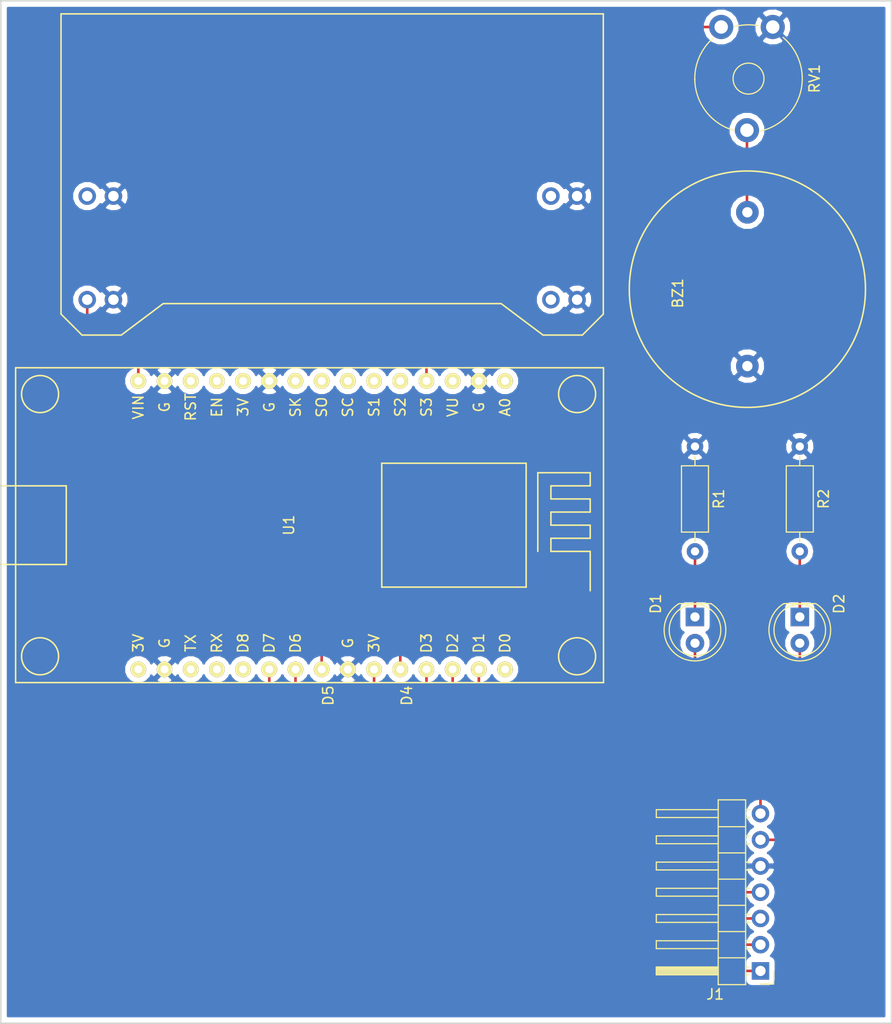
<source format=kicad_pcb>
(kicad_pcb (version 4) (host pcbnew 4.0.7-e2-6376~58~ubuntu16.04.1)

  (general
    (links 26)
    (no_connects 0)
    (area 111.484999 56.175 198.195001 157.555001)
    (thickness 1.6)
    (drawings 5)
    (tracks 66)
    (zones 0)
    (modules 9)
    (nets 33)
  )

  (page A4)
  (title_block
    (title "PCB for RFID app (with buzzer)")
    (company "Eficent Business and IT Consulting S.L.")
  )

  (layers
    (0 F.Cu signal)
    (31 B.Cu signal)
    (32 B.Adhes user)
    (33 F.Adhes user)
    (34 B.Paste user)
    (35 F.Paste user)
    (36 B.SilkS user)
    (37 F.SilkS user)
    (38 B.Mask user)
    (39 F.Mask user)
    (40 Dwgs.User user)
    (41 Cmts.User user)
    (42 Eco1.User user)
    (43 Eco2.User user)
    (44 Edge.Cuts user)
    (45 Margin user)
    (46 B.CrtYd user)
    (47 F.CrtYd user)
    (48 B.Fab user)
    (49 F.Fab user)
  )

  (setup
    (last_trace_width 0.25)
    (trace_clearance 0.2)
    (zone_clearance 0.508)
    (zone_45_only no)
    (trace_min 0.2)
    (segment_width 0.2)
    (edge_width 0.15)
    (via_size 0.6)
    (via_drill 0.4)
    (via_min_size 0.4)
    (via_min_drill 0.3)
    (uvia_size 0.3)
    (uvia_drill 0.1)
    (uvias_allowed no)
    (uvia_min_size 0.2)
    (uvia_min_drill 0.1)
    (pcb_text_width 0.3)
    (pcb_text_size 1.5 1.5)
    (mod_edge_width 0.15)
    (mod_text_size 1 1)
    (mod_text_width 0.15)
    (pad_size 1.524 1.524)
    (pad_drill 0.762)
    (pad_to_mask_clearance 0.2)
    (aux_axis_origin 0 0)
    (visible_elements FFFFFF7F)
    (pcbplotparams
      (layerselection 0x210f0_80000001)
      (usegerberextensions false)
      (excludeedgelayer true)
      (linewidth 0.100000)
      (plotframeref false)
      (viasonmask false)
      (mode 1)
      (useauxorigin false)
      (hpglpennumber 1)
      (hpglpenspeed 20)
      (hpglpendiameter 15)
      (hpglpenoverlay 2)
      (psnegative false)
      (psa4output false)
      (plotreference true)
      (plotvalue true)
      (plotinvisibletext false)
      (padsonsilk false)
      (subtractmaskfromsilk false)
      (outputformat 1)
      (mirror false)
      (drillshape 0)
      (scaleselection 1)
      (outputdirectory GERBER_files/))
  )

  (net 0 "")
  (net 1 "Net-(BZ1-Pad1)")
  (net 2 "/GND->5(GND)")
  (net 3 "Net-(D1-Pad1)")
  (net 4 "Net-(D1-Pad2)")
  (net 5 "Net-(D2-Pad1)")
  (net 6 "Net-(D2-Pad2)")
  (net 7 "/D1->1(SDA/NSS)")
  (net 8 "/D5>2(SCK)")
  (net 9 "/D7->3(MOSI)")
  (net 10 "/D6->4(MISO)")
  (net 11 "/D3->6(RST)")
  (net 12 "/3.3V->7(VCC)")
  (net 13 "Net-(U1-Pad1)")
  (net 14 "Net-(U1-Pad3)")
  (net 15 "Net-(RV1-Pad1)")
  (net 16 "Net-(U1-Pad5)")
  (net 17 "Net-(U1-Pad6)")
  (net 18 "Net-(U1-Pad7)")
  (net 19 "Net-(U1-Pad8)")
  (net 20 "Net-(U1-Pad9)")
  (net 21 "Net-(U1-Pad11)")
  (net 22 "Net-(U1-Pad12)")
  (net 23 "Net-(U1-Pad13)")
  (net 24 "Net-(U1-Pad15)")
  (net 25 "Net-(U1-Pad16)")
  (net 26 "Net-(U1-Pad18)")
  (net 27 "Net-(U1-Pad19)")
  (net 28 "Net-(U1-Pad20)")
  (net 29 "Net-(U1-Pad30)")
  (net 30 "Net-(Y1-Pad1)")
  (net 31 "Net-(Y1-Pad2)")
  (net 32 "Net-(Y1-Pad8)")

  (net_class Default "This is the default net class."
    (clearance 0.2)
    (trace_width 0.25)
    (via_dia 0.6)
    (via_drill 0.4)
    (uvia_dia 0.3)
    (uvia_drill 0.1)
    (add_net "/3.3V->7(VCC)")
    (add_net "/D1->1(SDA/NSS)")
    (add_net "/D3->6(RST)")
    (add_net "/D5>2(SCK)")
    (add_net "/D6->4(MISO)")
    (add_net "/D7->3(MOSI)")
    (add_net "/GND->5(GND)")
    (add_net "Net-(BZ1-Pad1)")
    (add_net "Net-(D1-Pad1)")
    (add_net "Net-(D1-Pad2)")
    (add_net "Net-(D2-Pad1)")
    (add_net "Net-(D2-Pad2)")
    (add_net "Net-(RV1-Pad1)")
    (add_net "Net-(U1-Pad1)")
    (add_net "Net-(U1-Pad11)")
    (add_net "Net-(U1-Pad12)")
    (add_net "Net-(U1-Pad13)")
    (add_net "Net-(U1-Pad15)")
    (add_net "Net-(U1-Pad16)")
    (add_net "Net-(U1-Pad18)")
    (add_net "Net-(U1-Pad19)")
    (add_net "Net-(U1-Pad20)")
    (add_net "Net-(U1-Pad3)")
    (add_net "Net-(U1-Pad30)")
    (add_net "Net-(U1-Pad5)")
    (add_net "Net-(U1-Pad6)")
    (add_net "Net-(U1-Pad7)")
    (add_net "Net-(U1-Pad8)")
    (add_net "Net-(U1-Pad9)")
    (add_net "Net-(Y1-Pad1)")
    (add_net "Net-(Y1-Pad2)")
    (add_net "Net-(Y1-Pad8)")
  )

  (module buzzer_22mm:BUZZER_22mm (layer F.Cu) (tedit 5A6EE67B) (tstamp 5A6EEE60)
    (at 184.15 86.36 270)
    (path /5A6EE287)
    (fp_text reference BZ1 (at 0.395 6.745 270) (layer F.SilkS)
      (effects (font (size 1 1) (thickness 0.15)))
    )
    (fp_text value Buzzer (at 0.165 -6.365 270) (layer F.Fab)
      (effects (font (size 1 1) (thickness 0.15)))
    )
    (fp_circle (center 0 0) (end 11.45 -0.04) (layer F.SilkS) (width 0.15))
    (pad 1 thru_hole circle (at -7.45 0 270) (size 2.2 2.2) (drill 1) (layers *.Cu *.Mask)
      (net 1 "Net-(BZ1-Pad1)"))
    (pad 2 thru_hole circle (at 7.45 0 270) (size 2.2 2.2) (drill 1) (layers *.Cu *.Mask)
      (net 2 "/GND->5(GND)"))
  )

  (module LEDs:LED_D5.0mm (layer F.Cu) (tedit 5A6EF129) (tstamp 5A6EEE66)
    (at 179.07 118.11 270)
    (descr "LED, diameter 5.0mm, 2 pins, http://cdn-reichelt.de/documents/datenblatt/A500/LL-504BC2E-009.pdf")
    (tags "LED diameter 5.0mm 2 pins")
    (path /5A6EDAB2)
    (fp_text reference D1 (at -1.27 3.81 270) (layer F.SilkS)
      (effects (font (size 1 1) (thickness 0.15)))
    )
    (fp_text value LED (at 3.81 3.81 270) (layer F.Fab)
      (effects (font (size 1 1) (thickness 0.15)))
    )
    (fp_arc (start 1.27 0) (end -1.23 -1.469694) (angle 299.1) (layer F.Fab) (width 0.1))
    (fp_arc (start 1.27 0) (end -1.29 -1.54483) (angle 148.9) (layer F.SilkS) (width 0.12))
    (fp_arc (start 1.27 0) (end -1.29 1.54483) (angle -148.9) (layer F.SilkS) (width 0.12))
    (fp_circle (center 1.27 0) (end 3.77 0) (layer F.Fab) (width 0.1))
    (fp_circle (center 1.27 0) (end 3.77 0) (layer F.SilkS) (width 0.12))
    (fp_line (start -1.23 -1.469694) (end -1.23 1.469694) (layer F.Fab) (width 0.1))
    (fp_line (start -1.29 -1.545) (end -1.29 1.545) (layer F.SilkS) (width 0.12))
    (fp_line (start -1.95 -3.25) (end -1.95 3.25) (layer F.CrtYd) (width 0.05))
    (fp_line (start -1.95 3.25) (end 4.5 3.25) (layer F.CrtYd) (width 0.05))
    (fp_line (start 4.5 3.25) (end 4.5 -3.25) (layer F.CrtYd) (width 0.05))
    (fp_line (start 4.5 -3.25) (end -1.95 -3.25) (layer F.CrtYd) (width 0.05))
    (fp_text user %R (at 1.25 0 270) (layer F.Fab)
      (effects (font (size 0.8 0.8) (thickness 0.2)))
    )
    (pad 1 thru_hole rect (at 0 0 270) (size 1.8 1.8) (drill 0.9) (layers *.Cu *.Mask)
      (net 3 "Net-(D1-Pad1)"))
    (pad 2 thru_hole circle (at 2.54 0 270) (size 1.8 1.8) (drill 0.9) (layers *.Cu *.Mask)
      (net 4 "Net-(D1-Pad2)"))
    (model ${KISYS3DMOD}/LEDs.3dshapes/LED_D5.0mm.wrl
      (at (xyz 0 0 0))
      (scale (xyz 0.393701 0.393701 0.393701))
      (rotate (xyz 0 0 0))
    )
  )

  (module LEDs:LED_D5.0mm (layer F.Cu) (tedit 5A6EF130) (tstamp 5A6EEE6C)
    (at 189.23 118.11 270)
    (descr "LED, diameter 5.0mm, 2 pins, http://cdn-reichelt.de/documents/datenblatt/A500/LL-504BC2E-009.pdf")
    (tags "LED diameter 5.0mm 2 pins")
    (path /5A6EDB54)
    (fp_text reference D2 (at -1.27 -3.81 270) (layer F.SilkS)
      (effects (font (size 1 1) (thickness 0.15)))
    )
    (fp_text value LED (at 3.81 -3.81 270) (layer F.Fab)
      (effects (font (size 1 1) (thickness 0.15)))
    )
    (fp_arc (start 1.27 0) (end -1.23 -1.469694) (angle 299.1) (layer F.Fab) (width 0.1))
    (fp_arc (start 1.27 0) (end -1.29 -1.54483) (angle 148.9) (layer F.SilkS) (width 0.12))
    (fp_arc (start 1.27 0) (end -1.29 1.54483) (angle -148.9) (layer F.SilkS) (width 0.12))
    (fp_circle (center 1.27 0) (end 3.77 0) (layer F.Fab) (width 0.1))
    (fp_circle (center 1.27 0) (end 3.77 0) (layer F.SilkS) (width 0.12))
    (fp_line (start -1.23 -1.469694) (end -1.23 1.469694) (layer F.Fab) (width 0.1))
    (fp_line (start -1.29 -1.545) (end -1.29 1.545) (layer F.SilkS) (width 0.12))
    (fp_line (start -1.95 -3.25) (end -1.95 3.25) (layer F.CrtYd) (width 0.05))
    (fp_line (start -1.95 3.25) (end 4.5 3.25) (layer F.CrtYd) (width 0.05))
    (fp_line (start 4.5 3.25) (end 4.5 -3.25) (layer F.CrtYd) (width 0.05))
    (fp_line (start 4.5 -3.25) (end -1.95 -3.25) (layer F.CrtYd) (width 0.05))
    (fp_text user %R (at 1.25 0 270) (layer F.Fab)
      (effects (font (size 0.8 0.8) (thickness 0.2)))
    )
    (pad 1 thru_hole rect (at 0 0 270) (size 1.8 1.8) (drill 0.9) (layers *.Cu *.Mask)
      (net 5 "Net-(D2-Pad1)"))
    (pad 2 thru_hole circle (at 2.54 0 270) (size 1.8 1.8) (drill 0.9) (layers *.Cu *.Mask)
      (net 6 "Net-(D2-Pad2)"))
    (model ${KISYS3DMOD}/LEDs.3dshapes/LED_D5.0mm.wrl
      (at (xyz 0 0 0))
      (scale (xyz 0.393701 0.393701 0.393701))
      (rotate (xyz 0 0 0))
    )
  )

  (module Pin_Headers:Pin_Header_Angled_1x07_Pitch2.54mm (layer F.Cu) (tedit 5A6EF94E) (tstamp 5A6EEE77)
    (at 185.42 152.4 180)
    (descr "Through hole angled pin header, 1x07, 2.54mm pitch, 6mm pin length, single row")
    (tags "Through hole angled pin header THT 1x07 2.54mm single row")
    (path /5A6EDD36)
    (fp_text reference J1 (at 4.385 -2.27 180) (layer F.SilkS)
      (effects (font (size 1 1) (thickness 0.15)))
    )
    (fp_text value FeAn1x7 (at 5.08 17.78 180) (layer F.Fab)
      (effects (font (size 1 1) (thickness 0.15)))
    )
    (fp_line (start 2.135 -1.27) (end 4.04 -1.27) (layer F.Fab) (width 0.1))
    (fp_line (start 4.04 -1.27) (end 4.04 16.51) (layer F.Fab) (width 0.1))
    (fp_line (start 4.04 16.51) (end 1.5 16.51) (layer F.Fab) (width 0.1))
    (fp_line (start 1.5 16.51) (end 1.5 -0.635) (layer F.Fab) (width 0.1))
    (fp_line (start 1.5 -0.635) (end 2.135 -1.27) (layer F.Fab) (width 0.1))
    (fp_line (start -0.32 -0.32) (end 1.5 -0.32) (layer F.Fab) (width 0.1))
    (fp_line (start -0.32 -0.32) (end -0.32 0.32) (layer F.Fab) (width 0.1))
    (fp_line (start -0.32 0.32) (end 1.5 0.32) (layer F.Fab) (width 0.1))
    (fp_line (start 4.04 -0.32) (end 10.04 -0.32) (layer F.Fab) (width 0.1))
    (fp_line (start 10.04 -0.32) (end 10.04 0.32) (layer F.Fab) (width 0.1))
    (fp_line (start 4.04 0.32) (end 10.04 0.32) (layer F.Fab) (width 0.1))
    (fp_line (start -0.32 2.22) (end 1.5 2.22) (layer F.Fab) (width 0.1))
    (fp_line (start -0.32 2.22) (end -0.32 2.86) (layer F.Fab) (width 0.1))
    (fp_line (start -0.32 2.86) (end 1.5 2.86) (layer F.Fab) (width 0.1))
    (fp_line (start 4.04 2.22) (end 10.04 2.22) (layer F.Fab) (width 0.1))
    (fp_line (start 10.04 2.22) (end 10.04 2.86) (layer F.Fab) (width 0.1))
    (fp_line (start 4.04 2.86) (end 10.04 2.86) (layer F.Fab) (width 0.1))
    (fp_line (start -0.32 4.76) (end 1.5 4.76) (layer F.Fab) (width 0.1))
    (fp_line (start -0.32 4.76) (end -0.32 5.4) (layer F.Fab) (width 0.1))
    (fp_line (start -0.32 5.4) (end 1.5 5.4) (layer F.Fab) (width 0.1))
    (fp_line (start 4.04 4.76) (end 10.04 4.76) (layer F.Fab) (width 0.1))
    (fp_line (start 10.04 4.76) (end 10.04 5.4) (layer F.Fab) (width 0.1))
    (fp_line (start 4.04 5.4) (end 10.04 5.4) (layer F.Fab) (width 0.1))
    (fp_line (start -0.32 7.3) (end 1.5 7.3) (layer F.Fab) (width 0.1))
    (fp_line (start -0.32 7.3) (end -0.32 7.94) (layer F.Fab) (width 0.1))
    (fp_line (start -0.32 7.94) (end 1.5 7.94) (layer F.Fab) (width 0.1))
    (fp_line (start 4.04 7.3) (end 10.04 7.3) (layer F.Fab) (width 0.1))
    (fp_line (start 10.04 7.3) (end 10.04 7.94) (layer F.Fab) (width 0.1))
    (fp_line (start 4.04 7.94) (end 10.04 7.94) (layer F.Fab) (width 0.1))
    (fp_line (start -0.32 9.84) (end 1.5 9.84) (layer F.Fab) (width 0.1))
    (fp_line (start -0.32 9.84) (end -0.32 10.48) (layer F.Fab) (width 0.1))
    (fp_line (start -0.32 10.48) (end 1.5 10.48) (layer F.Fab) (width 0.1))
    (fp_line (start 4.04 9.84) (end 10.04 9.84) (layer F.Fab) (width 0.1))
    (fp_line (start 10.04 9.84) (end 10.04 10.48) (layer F.Fab) (width 0.1))
    (fp_line (start 4.04 10.48) (end 10.04 10.48) (layer F.Fab) (width 0.1))
    (fp_line (start -0.32 12.38) (end 1.5 12.38) (layer F.Fab) (width 0.1))
    (fp_line (start -0.32 12.38) (end -0.32 13.02) (layer F.Fab) (width 0.1))
    (fp_line (start -0.32 13.02) (end 1.5 13.02) (layer F.Fab) (width 0.1))
    (fp_line (start 4.04 12.38) (end 10.04 12.38) (layer F.Fab) (width 0.1))
    (fp_line (start 10.04 12.38) (end 10.04 13.02) (layer F.Fab) (width 0.1))
    (fp_line (start 4.04 13.02) (end 10.04 13.02) (layer F.Fab) (width 0.1))
    (fp_line (start -0.32 14.92) (end 1.5 14.92) (layer F.Fab) (width 0.1))
    (fp_line (start -0.32 14.92) (end -0.32 15.56) (layer F.Fab) (width 0.1))
    (fp_line (start -0.32 15.56) (end 1.5 15.56) (layer F.Fab) (width 0.1))
    (fp_line (start 4.04 14.92) (end 10.04 14.92) (layer F.Fab) (width 0.1))
    (fp_line (start 10.04 14.92) (end 10.04 15.56) (layer F.Fab) (width 0.1))
    (fp_line (start 4.04 15.56) (end 10.04 15.56) (layer F.Fab) (width 0.1))
    (fp_line (start 1.44 -1.33) (end 1.44 16.57) (layer F.SilkS) (width 0.12))
    (fp_line (start 1.44 16.57) (end 4.1 16.57) (layer F.SilkS) (width 0.12))
    (fp_line (start 4.1 16.57) (end 4.1 -1.33) (layer F.SilkS) (width 0.12))
    (fp_line (start 4.1 -1.33) (end 1.44 -1.33) (layer F.SilkS) (width 0.12))
    (fp_line (start 4.1 -0.38) (end 10.1 -0.38) (layer F.SilkS) (width 0.12))
    (fp_line (start 10.1 -0.38) (end 10.1 0.38) (layer F.SilkS) (width 0.12))
    (fp_line (start 10.1 0.38) (end 4.1 0.38) (layer F.SilkS) (width 0.12))
    (fp_line (start 4.1 -0.32) (end 10.1 -0.32) (layer F.SilkS) (width 0.12))
    (fp_line (start 4.1 -0.2) (end 10.1 -0.2) (layer F.SilkS) (width 0.12))
    (fp_line (start 4.1 -0.08) (end 10.1 -0.08) (layer F.SilkS) (width 0.12))
    (fp_line (start 4.1 0.04) (end 10.1 0.04) (layer F.SilkS) (width 0.12))
    (fp_line (start 4.1 0.16) (end 10.1 0.16) (layer F.SilkS) (width 0.12))
    (fp_line (start 4.1 0.28) (end 10.1 0.28) (layer F.SilkS) (width 0.12))
    (fp_line (start 1.11 -0.38) (end 1.44 -0.38) (layer F.SilkS) (width 0.12))
    (fp_line (start 1.11 0.38) (end 1.44 0.38) (layer F.SilkS) (width 0.12))
    (fp_line (start 1.44 1.27) (end 4.1 1.27) (layer F.SilkS) (width 0.12))
    (fp_line (start 4.1 2.16) (end 10.1 2.16) (layer F.SilkS) (width 0.12))
    (fp_line (start 10.1 2.16) (end 10.1 2.92) (layer F.SilkS) (width 0.12))
    (fp_line (start 10.1 2.92) (end 4.1 2.92) (layer F.SilkS) (width 0.12))
    (fp_line (start 1.042929 2.16) (end 1.44 2.16) (layer F.SilkS) (width 0.12))
    (fp_line (start 1.042929 2.92) (end 1.44 2.92) (layer F.SilkS) (width 0.12))
    (fp_line (start 1.44 3.81) (end 4.1 3.81) (layer F.SilkS) (width 0.12))
    (fp_line (start 4.1 4.7) (end 10.1 4.7) (layer F.SilkS) (width 0.12))
    (fp_line (start 10.1 4.7) (end 10.1 5.46) (layer F.SilkS) (width 0.12))
    (fp_line (start 10.1 5.46) (end 4.1 5.46) (layer F.SilkS) (width 0.12))
    (fp_line (start 1.042929 4.7) (end 1.44 4.7) (layer F.SilkS) (width 0.12))
    (fp_line (start 1.042929 5.46) (end 1.44 5.46) (layer F.SilkS) (width 0.12))
    (fp_line (start 1.44 6.35) (end 4.1 6.35) (layer F.SilkS) (width 0.12))
    (fp_line (start 4.1 7.24) (end 10.1 7.24) (layer F.SilkS) (width 0.12))
    (fp_line (start 10.1 7.24) (end 10.1 8) (layer F.SilkS) (width 0.12))
    (fp_line (start 10.1 8) (end 4.1 8) (layer F.SilkS) (width 0.12))
    (fp_line (start 1.042929 7.24) (end 1.44 7.24) (layer F.SilkS) (width 0.12))
    (fp_line (start 1.042929 8) (end 1.44 8) (layer F.SilkS) (width 0.12))
    (fp_line (start 1.44 8.89) (end 4.1 8.89) (layer F.SilkS) (width 0.12))
    (fp_line (start 4.1 9.78) (end 10.1 9.78) (layer F.SilkS) (width 0.12))
    (fp_line (start 10.1 9.78) (end 10.1 10.54) (layer F.SilkS) (width 0.12))
    (fp_line (start 10.1 10.54) (end 4.1 10.54) (layer F.SilkS) (width 0.12))
    (fp_line (start 1.042929 9.78) (end 1.44 9.78) (layer F.SilkS) (width 0.12))
    (fp_line (start 1.042929 10.54) (end 1.44 10.54) (layer F.SilkS) (width 0.12))
    (fp_line (start 1.44 11.43) (end 4.1 11.43) (layer F.SilkS) (width 0.12))
    (fp_line (start 4.1 12.32) (end 10.1 12.32) (layer F.SilkS) (width 0.12))
    (fp_line (start 10.1 12.32) (end 10.1 13.08) (layer F.SilkS) (width 0.12))
    (fp_line (start 10.1 13.08) (end 4.1 13.08) (layer F.SilkS) (width 0.12))
    (fp_line (start 1.042929 12.32) (end 1.44 12.32) (layer F.SilkS) (width 0.12))
    (fp_line (start 1.042929 13.08) (end 1.44 13.08) (layer F.SilkS) (width 0.12))
    (fp_line (start 1.44 13.97) (end 4.1 13.97) (layer F.SilkS) (width 0.12))
    (fp_line (start 4.1 14.86) (end 10.1 14.86) (layer F.SilkS) (width 0.12))
    (fp_line (start 10.1 14.86) (end 10.1 15.62) (layer F.SilkS) (width 0.12))
    (fp_line (start 10.1 15.62) (end 4.1 15.62) (layer F.SilkS) (width 0.12))
    (fp_line (start 1.042929 14.86) (end 1.44 14.86) (layer F.SilkS) (width 0.12))
    (fp_line (start 1.042929 15.62) (end 1.44 15.62) (layer F.SilkS) (width 0.12))
    (fp_line (start -1.27 0) (end -1.27 -1.27) (layer F.SilkS) (width 0.12))
    (fp_line (start -1.27 -1.27) (end 0 -1.27) (layer F.SilkS) (width 0.12))
    (fp_line (start -1.8 -1.8) (end -1.8 17.05) (layer F.CrtYd) (width 0.05))
    (fp_line (start -1.8 17.05) (end 10.55 17.05) (layer F.CrtYd) (width 0.05))
    (fp_line (start 10.55 17.05) (end 10.55 -1.8) (layer F.CrtYd) (width 0.05))
    (fp_line (start 10.55 -1.8) (end -1.8 -1.8) (layer F.CrtYd) (width 0.05))
    (fp_text user %R (at 2.54 8.89 270) (layer F.Fab)
      (effects (font (size 1 1) (thickness 0.15)))
    )
    (pad 1 thru_hole rect (at 0 0 180) (size 1.7 1.7) (drill 1) (layers *.Cu *.Mask)
      (net 7 "/D1->1(SDA/NSS)"))
    (pad 2 thru_hole oval (at 0 2.54 180) (size 1.7 1.7) (drill 1) (layers *.Cu *.Mask)
      (net 8 "/D5>2(SCK)"))
    (pad 3 thru_hole oval (at 0 5.08 180) (size 1.7 1.7) (drill 1) (layers *.Cu *.Mask)
      (net 9 "/D7->3(MOSI)"))
    (pad 4 thru_hole oval (at 0 7.62 180) (size 1.7 1.7) (drill 1) (layers *.Cu *.Mask)
      (net 10 "/D6->4(MISO)"))
    (pad 5 thru_hole oval (at 0 10.16 180) (size 1.7 1.7) (drill 1) (layers *.Cu *.Mask)
      (net 2 "/GND->5(GND)"))
    (pad 6 thru_hole oval (at 0 12.7 180) (size 1.7 1.7) (drill 1) (layers *.Cu *.Mask)
      (net 11 "/D3->6(RST)"))
    (pad 7 thru_hole oval (at 0 15.24 180) (size 1.7 1.7) (drill 1) (layers *.Cu *.Mask)
      (net 12 "/3.3V->7(VCC)"))
    (model ${KISYS3DMOD}/Pin_Headers.3dshapes/Pin_Header_Angled_1x07_Pitch2.54mm.wrl
      (at (xyz 0 0 0))
      (scale (xyz 1 1 1))
      (rotate (xyz 0 0 0))
    )
  )

  (module Resistors_THT:R_Axial_DIN0207_L6.3mm_D2.5mm_P10.16mm_Horizontal (layer F.Cu) (tedit 5874F706) (tstamp 5A6EEE7D)
    (at 179.07 101.6 270)
    (descr "Resistor, Axial_DIN0207 series, Axial, Horizontal, pin pitch=10.16mm, 0.25W = 1/4W, length*diameter=6.3*2.5mm^2, http://cdn-reichelt.de/documents/datenblatt/B400/1_4W%23YAG.pdf")
    (tags "Resistor Axial_DIN0207 series Axial Horizontal pin pitch 10.16mm 0.25W = 1/4W length 6.3mm diameter 2.5mm")
    (path /5A6ED90D)
    (fp_text reference R1 (at 5.08 -2.31 270) (layer F.SilkS)
      (effects (font (size 1 1) (thickness 0.15)))
    )
    (fp_text value 270Ω (at 5.08 2.31 270) (layer F.Fab)
      (effects (font (size 1 1) (thickness 0.15)))
    )
    (fp_line (start 1.93 -1.25) (end 1.93 1.25) (layer F.Fab) (width 0.1))
    (fp_line (start 1.93 1.25) (end 8.23 1.25) (layer F.Fab) (width 0.1))
    (fp_line (start 8.23 1.25) (end 8.23 -1.25) (layer F.Fab) (width 0.1))
    (fp_line (start 8.23 -1.25) (end 1.93 -1.25) (layer F.Fab) (width 0.1))
    (fp_line (start 0 0) (end 1.93 0) (layer F.Fab) (width 0.1))
    (fp_line (start 10.16 0) (end 8.23 0) (layer F.Fab) (width 0.1))
    (fp_line (start 1.87 -1.31) (end 1.87 1.31) (layer F.SilkS) (width 0.12))
    (fp_line (start 1.87 1.31) (end 8.29 1.31) (layer F.SilkS) (width 0.12))
    (fp_line (start 8.29 1.31) (end 8.29 -1.31) (layer F.SilkS) (width 0.12))
    (fp_line (start 8.29 -1.31) (end 1.87 -1.31) (layer F.SilkS) (width 0.12))
    (fp_line (start 0.98 0) (end 1.87 0) (layer F.SilkS) (width 0.12))
    (fp_line (start 9.18 0) (end 8.29 0) (layer F.SilkS) (width 0.12))
    (fp_line (start -1.05 -1.6) (end -1.05 1.6) (layer F.CrtYd) (width 0.05))
    (fp_line (start -1.05 1.6) (end 11.25 1.6) (layer F.CrtYd) (width 0.05))
    (fp_line (start 11.25 1.6) (end 11.25 -1.6) (layer F.CrtYd) (width 0.05))
    (fp_line (start 11.25 -1.6) (end -1.05 -1.6) (layer F.CrtYd) (width 0.05))
    (pad 1 thru_hole circle (at 0 0 270) (size 1.6 1.6) (drill 0.8) (layers *.Cu *.Mask)
      (net 2 "/GND->5(GND)"))
    (pad 2 thru_hole oval (at 10.16 0 270) (size 1.6 1.6) (drill 0.8) (layers *.Cu *.Mask)
      (net 3 "Net-(D1-Pad1)"))
    (model ${KISYS3DMOD}/Resistors_THT.3dshapes/R_Axial_DIN0207_L6.3mm_D2.5mm_P10.16mm_Horizontal.wrl
      (at (xyz 0 0 0))
      (scale (xyz 0.393701 0.393701 0.393701))
      (rotate (xyz 0 0 0))
    )
  )

  (module Resistors_THT:R_Axial_DIN0207_L6.3mm_D2.5mm_P10.16mm_Horizontal (layer F.Cu) (tedit 5874F706) (tstamp 5A6EEE83)
    (at 189.23 101.6 270)
    (descr "Resistor, Axial_DIN0207 series, Axial, Horizontal, pin pitch=10.16mm, 0.25W = 1/4W, length*diameter=6.3*2.5mm^2, http://cdn-reichelt.de/documents/datenblatt/B400/1_4W%23YAG.pdf")
    (tags "Resistor Axial_DIN0207 series Axial Horizontal pin pitch 10.16mm 0.25W = 1/4W length 6.3mm diameter 2.5mm")
    (path /5A6ED751)
    (fp_text reference R2 (at 5.08 -2.31 270) (layer F.SilkS)
      (effects (font (size 1 1) (thickness 0.15)))
    )
    (fp_text value 270Ω (at 5.08 2.31 270) (layer F.Fab)
      (effects (font (size 1 1) (thickness 0.15)))
    )
    (fp_line (start 1.93 -1.25) (end 1.93 1.25) (layer F.Fab) (width 0.1))
    (fp_line (start 1.93 1.25) (end 8.23 1.25) (layer F.Fab) (width 0.1))
    (fp_line (start 8.23 1.25) (end 8.23 -1.25) (layer F.Fab) (width 0.1))
    (fp_line (start 8.23 -1.25) (end 1.93 -1.25) (layer F.Fab) (width 0.1))
    (fp_line (start 0 0) (end 1.93 0) (layer F.Fab) (width 0.1))
    (fp_line (start 10.16 0) (end 8.23 0) (layer F.Fab) (width 0.1))
    (fp_line (start 1.87 -1.31) (end 1.87 1.31) (layer F.SilkS) (width 0.12))
    (fp_line (start 1.87 1.31) (end 8.29 1.31) (layer F.SilkS) (width 0.12))
    (fp_line (start 8.29 1.31) (end 8.29 -1.31) (layer F.SilkS) (width 0.12))
    (fp_line (start 8.29 -1.31) (end 1.87 -1.31) (layer F.SilkS) (width 0.12))
    (fp_line (start 0.98 0) (end 1.87 0) (layer F.SilkS) (width 0.12))
    (fp_line (start 9.18 0) (end 8.29 0) (layer F.SilkS) (width 0.12))
    (fp_line (start -1.05 -1.6) (end -1.05 1.6) (layer F.CrtYd) (width 0.05))
    (fp_line (start -1.05 1.6) (end 11.25 1.6) (layer F.CrtYd) (width 0.05))
    (fp_line (start 11.25 1.6) (end 11.25 -1.6) (layer F.CrtYd) (width 0.05))
    (fp_line (start 11.25 -1.6) (end -1.05 -1.6) (layer F.CrtYd) (width 0.05))
    (pad 1 thru_hole circle (at 0 0 270) (size 1.6 1.6) (drill 0.8) (layers *.Cu *.Mask)
      (net 2 "/GND->5(GND)"))
    (pad 2 thru_hole oval (at 10.16 0 270) (size 1.6 1.6) (drill 0.8) (layers *.Cu *.Mask)
      (net 5 "Net-(D2-Pad1)"))
    (model ${KISYS3DMOD}/Resistors_THT.3dshapes/R_Axial_DIN0207_L6.3mm_D2.5mm_P10.16mm_Horizontal.wrl
      (at (xyz 0 0 0))
      (scale (xyz 0.393701 0.393701 0.393701))
      (rotate (xyz 0 0 0))
    )
  )

  (module "ESP8266:NodeMCU1.0(12-E)" (layer F.Cu) (tedit 5A6EF935) (tstamp 5A6EEEA5)
    (at 139.7 109.22 270)
    (path /5A6ED5B4)
    (fp_text reference U1 (at 0 0 270) (layer F.SilkS)
      (effects (font (size 1 1) (thickness 0.15)))
    )
    (fp_text value NodeMCU_1.0 (at 0 -2.54 270) (layer F.Fab)
      (effects (font (size 1 1) (thickness 0.15)))
    )
    (fp_line (start -6 -23) (end 6 -23) (layer F.SilkS) (width 0.15))
    (fp_line (start 6 -23) (end 6 -9) (layer F.SilkS) (width 0.15))
    (fp_line (start 6 -9) (end -6 -9) (layer F.SilkS) (width 0.15))
    (fp_line (start -6 -9) (end -6 -23) (layer F.SilkS) (width 0.15))
    (fp_line (start 2.54 -24.13) (end -5.08 -24.13) (layer F.SilkS) (width 0.15))
    (fp_line (start -5.08 -24.13) (end -5.08 -29.21) (layer F.SilkS) (width 0.15))
    (fp_line (start -5.08 -29.21) (end -3.81 -29.21) (layer F.SilkS) (width 0.15))
    (fp_line (start -3.81 -29.21) (end -3.81 -25.4) (layer F.SilkS) (width 0.15))
    (fp_line (start -3.81 -25.4) (end -2.54 -25.4) (layer F.SilkS) (width 0.15))
    (fp_line (start -2.54 -25.4) (end -2.54 -29.21) (layer F.SilkS) (width 0.15))
    (fp_line (start -2.54 -29.21) (end -1.27 -29.21) (layer F.SilkS) (width 0.15))
    (fp_line (start -1.27 -29.21) (end -1.27 -25.4) (layer F.SilkS) (width 0.15))
    (fp_line (start -1.27 -25.4) (end 0 -25.4) (layer F.SilkS) (width 0.15))
    (fp_line (start 0 -25.4) (end 0 -29.21) (layer F.SilkS) (width 0.15))
    (fp_line (start 0 -29.21) (end 1.27 -29.21) (layer F.SilkS) (width 0.15))
    (fp_line (start 1.27 -29.21) (end 1.27 -25.4) (layer F.SilkS) (width 0.15))
    (fp_line (start 1.27 -25.4) (end 2.54 -25.4) (layer F.SilkS) (width 0.15))
    (fp_line (start 2.54 -25.4) (end 2.54 -29.21) (layer F.SilkS) (width 0.15))
    (fp_line (start 2.54 -29.21) (end 6.35 -29.21) (layer F.SilkS) (width 0.15))
    (fp_line (start -3.81 27.94) (end 3.81 27.94) (layer F.SilkS) (width 0.15))
    (fp_line (start 3.81 27.94) (end 3.81 21.59) (layer F.SilkS) (width 0.15))
    (fp_line (start 3.81 21.59) (end -3.81 21.59) (layer F.SilkS) (width 0.15))
    (fp_line (start -3.81 21.59) (end -3.81 27.94) (layer F.SilkS) (width 0.15))
    (fp_text user VIN (at -11.43 14.605 270) (layer F.SilkS)
      (effects (font (size 1 1) (thickness 0.15)))
    )
    (fp_text user G (at -11.43 12.065 270) (layer F.SilkS)
      (effects (font (size 1 1) (thickness 0.15)))
    )
    (fp_text user RST (at -11.43 9.525 270) (layer F.SilkS)
      (effects (font (size 1 1) (thickness 0.15)))
    )
    (fp_text user EN (at -11.43 6.985 270) (layer F.SilkS)
      (effects (font (size 1 1) (thickness 0.15)))
    )
    (fp_text user 3V (at -11.43 4.445 270) (layer F.SilkS)
      (effects (font (size 1 1) (thickness 0.15)))
    )
    (fp_text user G (at -11.43 1.905 270) (layer F.SilkS)
      (effects (font (size 1 1) (thickness 0.15)))
    )
    (fp_text user SK (at -11.43 -0.635 270) (layer F.SilkS)
      (effects (font (size 1 1) (thickness 0.15)))
    )
    (fp_text user SO (at -11.43 -3.175 270) (layer F.SilkS)
      (effects (font (size 1 1) (thickness 0.15)))
    )
    (fp_text user SC (at -11.43 -5.715 270) (layer F.SilkS)
      (effects (font (size 1 1) (thickness 0.15)))
    )
    (fp_text user S1 (at -11.43 -8.255 270) (layer F.SilkS)
      (effects (font (size 1 1) (thickness 0.15)))
    )
    (fp_text user S2 (at -11.43 -10.795 270) (layer F.SilkS)
      (effects (font (size 1 1) (thickness 0.15)))
    )
    (fp_text user S3 (at -11.43 -13.335 270) (layer F.SilkS)
      (effects (font (size 1 1) (thickness 0.15)))
    )
    (fp_text user VU (at -11.43 -15.875 270) (layer F.SilkS)
      (effects (font (size 1 1) (thickness 0.15)))
    )
    (fp_text user G (at -11.43 -18.415 270) (layer F.SilkS)
      (effects (font (size 1 1) (thickness 0.15)))
    )
    (fp_text user A0 (at -11.43 -20.955 270) (layer F.SilkS)
      (effects (font (size 1 1) (thickness 0.15)))
    )
    (fp_text user 3V (at 11.43 14.605 270) (layer F.SilkS)
      (effects (font (size 1 1) (thickness 0.15)))
    )
    (fp_text user G (at 11.43 12.065 270) (layer F.SilkS)
      (effects (font (size 1 1) (thickness 0.15)))
    )
    (fp_text user TX (at 11.43 9.525 270) (layer F.SilkS)
      (effects (font (size 1 1) (thickness 0.15)))
    )
    (fp_text user RX (at 11.43 6.985 270) (layer F.SilkS)
      (effects (font (size 1 1) (thickness 0.15)))
    )
    (fp_text user D8 (at 11.43 4.445 270) (layer F.SilkS)
      (effects (font (size 1 1) (thickness 0.15)))
    )
    (fp_text user D7 (at 11.43 1.905 270) (layer F.SilkS)
      (effects (font (size 1 1) (thickness 0.15)))
    )
    (fp_text user D6 (at 11.43 -0.635 270) (layer F.SilkS)
      (effects (font (size 1 1) (thickness 0.15)))
    )
    (fp_text user D5 (at 16.51 -3.81 270) (layer F.SilkS)
      (effects (font (size 1 1) (thickness 0.15)))
    )
    (fp_text user G (at 11.43 -5.715 270) (layer F.SilkS)
      (effects (font (size 1 1) (thickness 0.15)))
    )
    (fp_text user 3V (at 11.43 -8.255 270) (layer F.SilkS)
      (effects (font (size 1 1) (thickness 0.15)))
    )
    (fp_text user D4 (at 16.51 -11.43 270) (layer F.SilkS)
      (effects (font (size 1 1) (thickness 0.15)))
    )
    (fp_text user D3 (at 11.43 -13.335 270) (layer F.SilkS)
      (effects (font (size 1 1) (thickness 0.15)))
    )
    (fp_text user D2 (at 11.43 -15.875 270) (layer F.SilkS)
      (effects (font (size 1 1) (thickness 0.15)))
    )
    (fp_text user D1 (at 11.43 -18.415 270) (layer F.SilkS)
      (effects (font (size 1 1) (thickness 0.15)))
    )
    (fp_text user D0 (at 11.43 -20.955 270) (layer F.SilkS)
      (effects (font (size 1 1) (thickness 0.15)))
    )
    (fp_circle (center 12.7 24.13) (end 13.97 22.86) (layer F.SilkS) (width 0.15))
    (fp_circle (center -12.7 24.13) (end -11.43 22.86) (layer F.SilkS) (width 0.15))
    (fp_circle (center -12.7 -27.94) (end -11.43 -29.21) (layer F.SilkS) (width 0.15))
    (fp_circle (center 12.7 -27.94) (end 13.97 -29.21) (layer F.SilkS) (width 0.15))
    (fp_line (start 15.25 -30.5) (end -14.75 -30.5) (layer F.SilkS) (width 0.15))
    (fp_line (start -14.75 -30.5) (end -15.25 -30.5) (layer F.SilkS) (width 0.15))
    (fp_line (start -15.25 -30.5) (end -15.25 26.5) (layer F.SilkS) (width 0.15))
    (fp_line (start -15.25 26.5) (end 15.25 26.5) (layer F.SilkS) (width 0.15))
    (fp_line (start 15.25 26.5) (end 15.25 -30.5) (layer F.SilkS) (width 0.15))
    (pad 1 thru_hole circle (at -13.97 -20.955 270) (size 1.524 1.524) (drill 0.762) (layers *.Cu *.Mask F.SilkS)
      (net 13 "Net-(U1-Pad1)"))
    (pad 2 thru_hole circle (at -13.97 -18.415 270) (size 1.524 1.524) (drill 0.762) (layers *.Cu *.Mask F.SilkS)
      (net 2 "/GND->5(GND)"))
    (pad 3 thru_hole circle (at -13.97 -15.875 270) (size 1.524 1.524) (drill 0.762) (layers *.Cu *.Mask F.SilkS)
      (net 14 "Net-(U1-Pad3)"))
    (pad 4 thru_hole circle (at -13.97 -13.335 270) (size 1.524 1.524) (drill 0.762) (layers *.Cu *.Mask F.SilkS)
      (net 15 "Net-(RV1-Pad1)"))
    (pad 5 thru_hole circle (at -13.97 -10.795 270) (size 1.524 1.524) (drill 0.762) (layers *.Cu *.Mask F.SilkS)
      (net 16 "Net-(U1-Pad5)"))
    (pad 6 thru_hole circle (at -13.97 -8.255 270) (size 1.524 1.524) (drill 0.762) (layers *.Cu *.Mask F.SilkS)
      (net 17 "Net-(U1-Pad6)"))
    (pad 7 thru_hole circle (at -13.97 -5.715 270) (size 1.524 1.524) (drill 0.762) (layers *.Cu *.Mask F.SilkS)
      (net 18 "Net-(U1-Pad7)"))
    (pad 8 thru_hole circle (at -13.97 -3.175 270) (size 1.524 1.524) (drill 0.762) (layers *.Cu *.Mask F.SilkS)
      (net 19 "Net-(U1-Pad8)"))
    (pad 9 thru_hole circle (at -13.97 -0.635 270) (size 1.524 1.524) (drill 0.762) (layers *.Cu *.Mask F.SilkS)
      (net 20 "Net-(U1-Pad9)"))
    (pad 10 thru_hole circle (at -13.97 1.905 270) (size 1.524 1.524) (drill 0.762) (layers *.Cu *.Mask F.SilkS)
      (net 2 "/GND->5(GND)"))
    (pad 11 thru_hole circle (at -13.97 4.445 270) (size 1.524 1.524) (drill 0.762) (layers *.Cu *.Mask F.SilkS)
      (net 21 "Net-(U1-Pad11)"))
    (pad 12 thru_hole circle (at -13.97 6.985 270) (size 1.524 1.524) (drill 0.762) (layers *.Cu *.Mask F.SilkS)
      (net 22 "Net-(U1-Pad12)"))
    (pad 13 thru_hole circle (at -13.97 9.525 270) (size 1.524 1.524) (drill 0.762) (layers *.Cu *.Mask F.SilkS)
      (net 23 "Net-(U1-Pad13)"))
    (pad 14 thru_hole circle (at -13.97 12.065 270) (size 1.524 1.524) (drill 0.762) (layers *.Cu *.Mask F.SilkS)
      (net 2 "/GND->5(GND)"))
    (pad 15 thru_hole circle (at -13.97 14.605 270) (size 1.524 1.524) (drill 0.762) (layers *.Cu *.Mask F.SilkS)
      (net 24 "Net-(U1-Pad15)"))
    (pad 16 thru_hole circle (at 13.97 14.605 270) (size 1.524 1.524) (drill 0.762) (layers *.Cu *.Mask F.SilkS)
      (net 25 "Net-(U1-Pad16)"))
    (pad 17 thru_hole circle (at 13.97 12.065 270) (size 1.524 1.524) (drill 0.762) (layers *.Cu *.Mask F.SilkS)
      (net 2 "/GND->5(GND)"))
    (pad 18 thru_hole circle (at 13.97 9.525 270) (size 1.524 1.524) (drill 0.762) (layers *.Cu *.Mask F.SilkS)
      (net 26 "Net-(U1-Pad18)"))
    (pad 19 thru_hole circle (at 13.97 6.985 270) (size 1.524 1.524) (drill 0.762) (layers *.Cu *.Mask F.SilkS)
      (net 27 "Net-(U1-Pad19)"))
    (pad 20 thru_hole circle (at 13.97 4.445 270) (size 1.524 1.524) (drill 0.762) (layers *.Cu *.Mask F.SilkS)
      (net 28 "Net-(U1-Pad20)"))
    (pad 21 thru_hole circle (at 13.97 1.905 270) (size 1.524 1.524) (drill 0.762) (layers *.Cu *.Mask F.SilkS)
      (net 9 "/D7->3(MOSI)"))
    (pad 22 thru_hole circle (at 13.97 -0.635 270) (size 1.524 1.524) (drill 0.762) (layers *.Cu *.Mask F.SilkS)
      (net 10 "/D6->4(MISO)"))
    (pad 23 thru_hole circle (at 13.97 -3.175 270) (size 1.524 1.524) (drill 0.762) (layers *.Cu *.Mask F.SilkS)
      (net 8 "/D5>2(SCK)"))
    (pad 24 thru_hole circle (at 13.97 -5.715 270) (size 1.524 1.524) (drill 0.762) (layers *.Cu *.Mask F.SilkS)
      (net 2 "/GND->5(GND)"))
    (pad 25 thru_hole circle (at 13.97 -8.255 270) (size 1.524 1.524) (drill 0.762) (layers *.Cu *.Mask F.SilkS)
      (net 12 "/3.3V->7(VCC)"))
    (pad 26 thru_hole circle (at 13.97 -10.795 270) (size 1.524 1.524) (drill 0.762) (layers *.Cu *.Mask F.SilkS)
      (net 7 "/D1->1(SDA/NSS)"))
    (pad 27 thru_hole circle (at 13.97 -13.335 270) (size 1.524 1.524) (drill 0.762) (layers *.Cu *.Mask F.SilkS)
      (net 11 "/D3->6(RST)"))
    (pad 28 thru_hole circle (at 13.97 -15.875 270) (size 1.524 1.524) (drill 0.762) (layers *.Cu *.Mask F.SilkS)
      (net 6 "Net-(D2-Pad2)"))
    (pad 29 thru_hole circle (at 13.97 -18.415 270) (size 1.524 1.524) (drill 0.762) (layers *.Cu *.Mask F.SilkS)
      (net 4 "Net-(D1-Pad2)"))
    (pad 30 thru_hole circle (at 13.97 -20.955 270) (size 1.524 1.524) (drill 0.762) (layers *.Cu *.Mask F.SilkS)
      (net 29 "Net-(U1-Pad30)"))
  )

  (module ywrobot:YWRobot2 (layer F.Cu) (tedit 5A6EF62F) (tstamp 5A6EEEB1)
    (at 143.51 59.69 180)
    (path /5A6ED533)
    (fp_text reference Y1 (at 0 2.54 180) (layer F.SilkS) hide
      (effects (font (size 1 1) (thickness 0.15)))
    )
    (fp_text value YWRobot (at -1.27 -13.97 180) (layer F.Fab)
      (effects (font (size 1 1) (thickness 0.15)))
    )
    (fp_line (start 25.908 0) (end 25.908 -29.083) (layer F.SilkS) (width 0.15))
    (fp_line (start 25.908 -29.083) (end 23.876 -31.115) (layer F.SilkS) (width 0.15))
    (fp_line (start 23.876 -31.115) (end 20.066 -31.115) (layer F.SilkS) (width 0.15))
    (fp_line (start 20.066 -31.115) (end 16.002 -28.067) (layer F.SilkS) (width 0.15))
    (fp_line (start 16.002 -28.067) (end -16.764 -28.067) (layer F.SilkS) (width 0.15))
    (fp_line (start -20.828 -31.115) (end -16.764 -28.067) (layer F.SilkS) (width 0.15))
    (fp_line (start -24.638 -31.115) (end -26.67 -29.083) (layer F.SilkS) (width 0.15))
    (fp_line (start -26.67 -29.083) (end -26.67 0) (layer F.SilkS) (width 0.15))
    (fp_line (start -26.67 0) (end 25.908 0) (layer F.SilkS) (width 0.15))
    (fp_line (start -24.638 -31.115) (end -20.828 -31.115) (layer F.SilkS) (width 0.15))
    (pad 1 thru_hole circle (at -21.59 -27.686 180) (size 1.7 1.7) (drill 1.016) (layers *.Cu *.Mask)
      (net 30 "Net-(Y1-Pad1)"))
    (pad 2 thru_hole circle (at -21.59 -17.653 180) (size 1.7 1.7) (drill 1.016) (layers *.Cu *.Mask)
      (net 31 "Net-(Y1-Pad2)"))
    (pad 3 thru_hole circle (at -24.13 -17.653 180) (size 1.7 1.7) (drill 1.016) (layers *.Cu *.Mask)
      (net 2 "/GND->5(GND)"))
    (pad 4 thru_hole circle (at 23.368 -27.686 180) (size 1.7 1.7) (drill 1.016) (layers *.Cu *.Mask)
      (net 24 "Net-(U1-Pad15)"))
    (pad 5 thru_hole circle (at 20.828 -27.686 180) (size 1.7 1.7) (drill 1.016) (layers *.Cu *.Mask)
      (net 2 "/GND->5(GND)"))
    (pad 6 thru_hole circle (at -24.13 -27.686 180) (size 1.7 1.7) (drill 1.016) (layers *.Cu *.Mask)
      (net 2 "/GND->5(GND)"))
    (pad 7 thru_hole circle (at 20.828 -17.653 180) (size 1.7 1.7) (drill 1.016) (layers *.Cu *.Mask)
      (net 2 "/GND->5(GND)"))
    (pad 8 thru_hole circle (at 23.368 -17.653 180) (size 1.7 1.7) (drill 1.016) (layers *.Cu *.Mask)
      (net 32 "Net-(Y1-Pad8)"))
  )

  (module Potentiometers:Potentiometer_Trimmer_Piher_PT-10v10_Horizontal_Px10.0mm_Py5.0mm (layer F.Cu) (tedit 58826B09) (tstamp 5A6EEED1)
    (at 181.61 60.96 270)
    (descr "Potentiometer, horizontally mounted, Omeg PC16PU, Omeg PC16PU, Omeg PC16PU, Vishay/Spectrol 248GJ/249GJ Single, Vishay/Spectrol 248GJ/249GJ Single, Vishay/Spectrol 248GJ/249GJ Single, Vishay/Spectrol 248GH/249GH Single, Vishay/Spectrol 148/149 Single, Vishay/Spectrol 148/149 Single, Vishay/Spectrol 148/149 Single, Vishay/Spectrol 148A/149A Single with mounting plates, Vishay/Spectrol 148/149 Double, Vishay/Spectrol 148A/149A Double with mounting plates, Piher PC-16 Single, Piher PC-16 Single, Piher PC-16 Single, Piher PC-16SV Single, Piher PC-16 Double, Piher PC-16 Triple, Piher T16H Single, Piher T16L Single, Piher T16H Double, Alps RK163 Single, Alps RK163 Double, Alps RK097 Single, Alps RK097 Double, Bourns PTV09A-2 Single with mounting sleve Single, Bourns PTV09A-1 with mounting sleve Single, Bourns PRS11S Single, Alps RK09K Single with mounting sleve Single, Alps RK09K with mounting sleve Single, Alps RK09L Single, Alps RK09L Single, Alps RK09L Double, Alps RK09L Double, Alps RK09Y Single, Bourns 3339S Single, Bourns 3339S Single, Bourns 3339P Single, Bourns 3339H Single, Vishay T7YA Single, Suntan TSR-3386H Single, Suntan TSR-3386H Single, Suntan TSR-3386P Single, Vishay T73XX Single, Vishay T73XX Single, Vishay T73YP Single, Piher PT-6h Single, Piher PT-6v Single, Piher PT-6v Single, Piher PT-10h2.5 Single, Piher PT-10h5 Single, Piher PT-101h3.8 Single, Piher PT-10v10 Single, http://www.piher-nacesa.com/pdf/12-PT10v03.pdf")
    (tags "Potentiometer horizontal  Omeg PC16PU  Omeg PC16PU  Omeg PC16PU  Vishay/Spectrol 248GJ/249GJ Single  Vishay/Spectrol 248GJ/249GJ Single  Vishay/Spectrol 248GJ/249GJ Single  Vishay/Spectrol 248GH/249GH Single  Vishay/Spectrol 148/149 Single  Vishay/Spectrol 148/149 Single  Vishay/Spectrol 148/149 Single  Vishay/Spectrol 148A/149A Single with mounting plates  Vishay/Spectrol 148/149 Double  Vishay/Spectrol 148A/149A Double with mounting plates  Piher PC-16 Single  Piher PC-16 Single  Piher PC-16 Single  Piher PC-16SV Single  Piher PC-16 Double  Piher PC-16 Triple  Piher T16H Single  Piher T16L Single  Piher T16H Double  Alps RK163 Single  Alps RK163 Double  Alps RK097 Single  Alps RK097 Double  Bourns PTV09A-2 Single with mounting sleve Single  Bourns PTV09A-1 with mounting sleve Single  Bourns PRS11S Single  Alps RK09K Single with mounting sleve Single  Alps RK09K with mounting sleve Single  Alps RK09L Single  Alps RK09L Single  Alps RK09L Double  Alps RK09L Double  Alps RK09Y Single  Bourns 3339S Single  Bourns 3339S Single  Bourns 3339P Single  Bourns 3339H Single  Vishay T7YA Single  Suntan TSR-3386H Single  Suntan TSR-3386H Single  Suntan TSR-3386P Single  Vishay T73XX Single  Vishay T73XX Single  Vishay T73YP Single  Piher PT-6h Single  Piher PT-6v Single  Piher PT-6v Single  Piher PT-10h2.5 Single  Piher PT-10h5 Single  Piher PT-101h3.8 Single  Piher PT-10v10 Single")
    (path /5A6ED61D)
    (fp_text reference RV1 (at 5 -9.05 270) (layer F.SilkS)
      (effects (font (size 1 1) (thickness 0.15)))
    )
    (fp_text value 10KΩ (at 5 3.75 270) (layer F.Fab)
      (effects (font (size 1 1) (thickness 0.15)))
    )
    (fp_arc (start 5 -2.65) (end 5 2.56) (angle -74) (layer F.SilkS) (width 0.12))
    (fp_arc (start 5 -2.65) (end 10.077 -3.821) (angle -127) (layer F.SilkS) (width 0.12))
    (fp_arc (start 5 -2.65) (end -0.115 -3.644) (angle -26) (layer F.SilkS) (width 0.12))
    (fp_arc (start 5 -2.65) (end 1.128 0.836) (angle -49) (layer F.SilkS) (width 0.12))
    (fp_circle (center 5 -2.65) (end 10.15 -2.65) (layer F.Fab) (width 0.1))
    (fp_circle (center 5 -2.65) (end 6.75 -2.65) (layer F.Fab) (width 0.1))
    (fp_circle (center 5 -2.65) (end 6.5 -2.65) (layer F.Fab) (width 0.1))
    (fp_circle (center 5 -2.65) (end 6.5 -2.65) (layer F.SilkS) (width 0.12))
    (fp_line (start -1.45 -8.05) (end -1.45 2.75) (layer F.CrtYd) (width 0.05))
    (fp_line (start -1.45 2.75) (end 11.45 2.75) (layer F.CrtYd) (width 0.05))
    (fp_line (start 11.45 2.75) (end 11.45 -8.05) (layer F.CrtYd) (width 0.05))
    (fp_line (start 11.45 -8.05) (end -1.45 -8.05) (layer F.CrtYd) (width 0.05))
    (pad 3 thru_hole circle (at 0 -5 270) (size 2.34 2.34) (drill 1.3) (layers *.Cu *.Mask)
      (net 2 "/GND->5(GND)"))
    (pad 2 thru_hole circle (at 10 -2.5 270) (size 2.34 2.34) (drill 1.3) (layers *.Cu *.Mask)
      (net 1 "Net-(BZ1-Pad1)"))
    (pad 1 thru_hole circle (at 0 0 270) (size 2.34 2.34) (drill 1.3) (layers *.Cu *.Mask)
      (net 15 "Net-(RV1-Pad1)"))
    (model Potentiometers.3dshapes/Potentiometer_Trimmer_Piher_PT-10v10_Horizontal_Px10.0mm_Py5.0mm.wrl
      (at (xyz 0 0 0))
      (scale (xyz 0.393701 0.393701 0.393701))
      (rotate (xyz 0 0 0))
    )
  )

  (gr_line (start 198.12 58.42) (end 198.12 157.48) (angle 90) (layer Edge.Cuts) (width 0.15))
  (gr_line (start 111.76 58.42) (end 198.12 58.42) (angle 90) (layer Edge.Cuts) (width 0.15))
  (gr_line (start 111.76 157.48) (end 111.76 58.42) (angle 90) (layer Edge.Cuts) (width 0.15))
  (gr_text "Eficent Business \nand\nIT Consulting S.L." (at 124.46 149.86) (layer F.Fab)
    (effects (font (size 1.5 1.5) (thickness 0.3)))
  )
  (gr_line (start 198.12 157.48) (end 111.76 157.48) (angle 90) (layer Edge.Cuts) (width 0.15))

  (segment (start 184.11 70.96) (end 184.11 78.87) (width 0.25) (layer F.Cu) (net 1))
  (segment (start 184.11 78.87) (end 184.15 78.91) (width 0.25) (layer F.Cu) (net 1) (tstamp 5A6EF680))
  (segment (start 179.07 118.11) (end 179.07 111.76) (width 0.25) (layer F.Cu) (net 3) (status 10))
  (segment (start 158.115 123.19) (end 158.115 125.095) (width 0.25) (layer F.Cu) (net 4))
  (segment (start 179.07 124.46) (end 179.07 120.65) (width 0.25) (layer F.Cu) (net 4) (tstamp 5A6EF6A3))
  (segment (start 177.8 125.73) (end 179.07 124.46) (width 0.25) (layer F.Cu) (net 4) (tstamp 5A6EF6A1))
  (segment (start 158.75 125.73) (end 177.8 125.73) (width 0.25) (layer F.Cu) (net 4) (tstamp 5A6EF69E))
  (segment (start 158.115 125.095) (end 158.75 125.73) (width 0.25) (layer F.Cu) (net 4) (tstamp 5A6EF69A))
  (segment (start 189.23 118.11) (end 189.23 111.76) (width 0.25) (layer F.Cu) (net 5) (status 10))
  (segment (start 155.575 123.19) (end 155.575 126.365) (width 0.25) (layer F.Cu) (net 6))
  (segment (start 189.23 125.73) (end 189.23 120.65) (width 0.25) (layer F.Cu) (net 6) (tstamp 5A6EF6AC))
  (segment (start 187.96 127) (end 189.23 125.73) (width 0.25) (layer F.Cu) (net 6) (tstamp 5A6EF6AA))
  (segment (start 156.21 127) (end 187.96 127) (width 0.25) (layer F.Cu) (net 6) (tstamp 5A6EF6A8))
  (segment (start 155.575 126.365) (end 156.21 127) (width 0.25) (layer F.Cu) (net 6) (tstamp 5A6EF6A7))
  (segment (start 150.495 123.19) (end 150.495 120.015) (width 0.25) (layer F.Cu) (net 7))
  (segment (start 151.13 152.4) (end 185.42 152.4) (width 0.25) (layer F.Cu) (net 7) (tstamp 5A6EFB4A))
  (segment (start 134.62 135.89) (end 151.13 152.4) (width 0.25) (layer F.Cu) (net 7) (tstamp 5A6EFB48))
  (segment (start 134.62 130.81) (end 134.62 135.89) (width 0.25) (layer F.Cu) (net 7) (tstamp 5A6EFB46))
  (segment (start 132.08 128.27) (end 134.62 130.81) (width 0.25) (layer F.Cu) (net 7) (tstamp 5A6EFB44))
  (segment (start 123.19 128.27) (end 132.08 128.27) (width 0.25) (layer F.Cu) (net 7) (tstamp 5A6EFB42))
  (segment (start 120.65 125.73) (end 123.19 128.27) (width 0.25) (layer F.Cu) (net 7) (tstamp 5A6EFB40))
  (segment (start 120.65 120.65) (end 120.65 125.73) (width 0.25) (layer F.Cu) (net 7) (tstamp 5A6EFB3E))
  (segment (start 123.19 118.11) (end 120.65 120.65) (width 0.25) (layer F.Cu) (net 7) (tstamp 5A6EFB3C))
  (segment (start 148.59 118.11) (end 123.19 118.11) (width 0.25) (layer F.Cu) (net 7) (tstamp 5A6EFB3A))
  (segment (start 150.495 120.015) (end 148.59 118.11) (width 0.25) (layer F.Cu) (net 7) (tstamp 5A6EFB38))
  (segment (start 142.875 123.19) (end 142.875 121.285) (width 0.25) (layer F.Cu) (net 8))
  (segment (start 151.13 149.86) (end 185.42 149.86) (width 0.25) (layer F.Cu) (net 8) (tstamp 5A6EFB34))
  (segment (start 135.89 134.62) (end 151.13 149.86) (width 0.25) (layer F.Cu) (net 8) (tstamp 5A6EFB32))
  (segment (start 135.89 129.54) (end 135.89 134.62) (width 0.25) (layer F.Cu) (net 8) (tstamp 5A6EFB30))
  (segment (start 133.35 127) (end 135.89 129.54) (width 0.25) (layer F.Cu) (net 8) (tstamp 5A6EFB2E))
  (segment (start 124.46 127) (end 133.35 127) (width 0.25) (layer F.Cu) (net 8) (tstamp 5A6EFB2C))
  (segment (start 121.92 124.46) (end 124.46 127) (width 0.25) (layer F.Cu) (net 8) (tstamp 5A6EFB2A))
  (segment (start 121.92 121.92) (end 121.92 124.46) (width 0.25) (layer F.Cu) (net 8) (tstamp 5A6EFB28))
  (segment (start 124.46 119.38) (end 121.92 121.92) (width 0.25) (layer F.Cu) (net 8) (tstamp 5A6EFB26))
  (segment (start 140.97 119.38) (end 124.46 119.38) (width 0.25) (layer F.Cu) (net 8) (tstamp 5A6EFB24))
  (segment (start 142.875 121.285) (end 140.97 119.38) (width 0.25) (layer F.Cu) (net 8) (tstamp 5A6EFB22))
  (segment (start 137.795 123.19) (end 137.795 133.985) (width 0.25) (layer F.Cu) (net 9))
  (segment (start 151.13 147.32) (end 185.42 147.32) (width 0.25) (layer F.Cu) (net 9) (tstamp 5A6EF757))
  (segment (start 137.795 133.985) (end 151.13 147.32) (width 0.25) (layer F.Cu) (net 9) (tstamp 5A6EF752))
  (segment (start 140.335 123.19) (end 140.335 133.985) (width 0.25) (layer F.Cu) (net 10))
  (segment (start 151.13 144.78) (end 185.42 144.78) (width 0.25) (layer F.Cu) (net 10) (tstamp 5A6EF745))
  (segment (start 140.335 133.985) (end 151.13 144.78) (width 0.25) (layer F.Cu) (net 10) (tstamp 5A6EF740))
  (segment (start 153.035 123.19) (end 153.035 126.365) (width 0.25) (layer F.Cu) (net 11))
  (segment (start 187.96 139.7) (end 185.42 139.7) (width 0.25) (layer F.Cu) (net 11) (tstamp 5A6EF707))
  (segment (start 189.23 138.43) (end 187.96 139.7) (width 0.25) (layer F.Cu) (net 11) (tstamp 5A6EF705))
  (segment (start 189.23 132.08) (end 189.23 138.43) (width 0.25) (layer F.Cu) (net 11) (tstamp 5A6EF702))
  (segment (start 186.69 129.54) (end 189.23 132.08) (width 0.25) (layer F.Cu) (net 11) (tstamp 5A6EF6FF))
  (segment (start 156.21 129.54) (end 186.69 129.54) (width 0.25) (layer F.Cu) (net 11) (tstamp 5A6EF6F9))
  (segment (start 153.035 126.365) (end 156.21 129.54) (width 0.25) (layer F.Cu) (net 11) (tstamp 5A6EF6F4))
  (segment (start 147.955 123.19) (end 147.955 127.635) (width 0.25) (layer F.Cu) (net 12))
  (segment (start 185.42 133.35) (end 185.42 137.16) (width 0.25) (layer F.Cu) (net 12) (tstamp 5A6EF73B))
  (segment (start 184.15 132.08) (end 185.42 133.35) (width 0.25) (layer F.Cu) (net 12) (tstamp 5A6EF739))
  (segment (start 152.4 132.08) (end 184.15 132.08) (width 0.25) (layer F.Cu) (net 12) (tstamp 5A6EF737))
  (segment (start 147.955 127.635) (end 152.4 132.08) (width 0.25) (layer F.Cu) (net 12) (tstamp 5A6EF732))
  (segment (start 153.035 95.25) (end 153.035 93.345) (width 0.25) (layer F.Cu) (net 15))
  (segment (start 172.72 60.96) (end 181.61 60.96) (width 0.25) (layer F.Cu) (net 15) (tstamp 5A6EF67A))
  (segment (start 171.45 62.23) (end 172.72 60.96) (width 0.25) (layer F.Cu) (net 15) (tstamp 5A6EF678))
  (segment (start 171.45 91.44) (end 171.45 62.23) (width 0.25) (layer F.Cu) (net 15) (tstamp 5A6EF673))
  (segment (start 170.18 92.71) (end 171.45 91.44) (width 0.25) (layer F.Cu) (net 15) (tstamp 5A6EF671))
  (segment (start 153.67 92.71) (end 170.18 92.71) (width 0.25) (layer F.Cu) (net 15) (tstamp 5A6EF66E))
  (segment (start 153.035 93.345) (end 153.67 92.71) (width 0.25) (layer F.Cu) (net 15) (tstamp 5A6EF66D))
  (segment (start 120.142 87.376) (end 120.142 90.932) (width 0.25) (layer F.Cu) (net 24))
  (segment (start 125.095 93.345) (end 125.095 95.25) (width 0.25) (layer F.Cu) (net 24) (tstamp 5A6EF667))
  (segment (start 123.19 91.44) (end 125.095 93.345) (width 0.25) (layer F.Cu) (net 24) (tstamp 5A6EF664))
  (segment (start 120.65 91.44) (end 123.19 91.44) (width 0.25) (layer F.Cu) (net 24) (tstamp 5A6EF663))
  (segment (start 120.142 90.932) (end 120.65 91.44) (width 0.25) (layer F.Cu) (net 24) (tstamp 5A6EF661))

  (zone (net 2) (net_name "/GND->5(GND)") (layer B.Cu) (tstamp 5A6F0048) (hatch edge 0.508)
    (connect_pads (clearance 0.508))
    (min_thickness 0.254)
    (fill yes (arc_segments 16) (thermal_gap 0.508) (thermal_bridge_width 0.508))
    (polygon
      (pts
        (xy 198.12 157.48) (xy 111.76 157.48) (xy 111.76 58.42) (xy 198.12 58.42)
      )
    )
    (filled_polygon
      (pts
        (xy 197.41 156.77) (xy 112.47 156.77) (xy 112.47 144.78) (xy 183.905907 144.78) (xy 184.018946 145.348285)
        (xy 184.340853 145.830054) (xy 184.670026 146.05) (xy 184.340853 146.269946) (xy 184.018946 146.751715) (xy 183.905907 147.32)
        (xy 184.018946 147.888285) (xy 184.340853 148.370054) (xy 184.670026 148.59) (xy 184.340853 148.809946) (xy 184.018946 149.291715)
        (xy 183.905907 149.86) (xy 184.018946 150.428285) (xy 184.340853 150.910054) (xy 184.382452 150.93785) (xy 184.334683 150.946838)
        (xy 184.118559 151.08591) (xy 183.973569 151.29811) (xy 183.92256 151.55) (xy 183.92256 153.25) (xy 183.966838 153.485317)
        (xy 184.10591 153.701441) (xy 184.31811 153.846431) (xy 184.57 153.89744) (xy 186.27 153.89744) (xy 186.505317 153.853162)
        (xy 186.721441 153.71409) (xy 186.866431 153.50189) (xy 186.91744 153.25) (xy 186.91744 151.55) (xy 186.873162 151.314683)
        (xy 186.73409 151.098559) (xy 186.52189 150.953569) (xy 186.454459 150.939914) (xy 186.499147 150.910054) (xy 186.821054 150.428285)
        (xy 186.934093 149.86) (xy 186.821054 149.291715) (xy 186.499147 148.809946) (xy 186.169974 148.59) (xy 186.499147 148.370054)
        (xy 186.821054 147.888285) (xy 186.934093 147.32) (xy 186.821054 146.751715) (xy 186.499147 146.269946) (xy 186.169974 146.05)
        (xy 186.499147 145.830054) (xy 186.821054 145.348285) (xy 186.934093 144.78) (xy 186.821054 144.211715) (xy 186.499147 143.729946)
        (xy 186.158447 143.502298) (xy 186.301358 143.435183) (xy 186.691645 143.006924) (xy 186.861476 142.59689) (xy 186.740155 142.367)
        (xy 185.547 142.367) (xy 185.547 142.387) (xy 185.293 142.387) (xy 185.293 142.367) (xy 184.099845 142.367)
        (xy 183.978524 142.59689) (xy 184.148355 143.006924) (xy 184.538642 143.435183) (xy 184.681553 143.502298) (xy 184.340853 143.729946)
        (xy 184.018946 144.211715) (xy 183.905907 144.78) (xy 112.47 144.78) (xy 112.47 137.16) (xy 183.905907 137.16)
        (xy 184.018946 137.728285) (xy 184.340853 138.210054) (xy 184.670026 138.43) (xy 184.340853 138.649946) (xy 184.018946 139.131715)
        (xy 183.905907 139.7) (xy 184.018946 140.268285) (xy 184.340853 140.750054) (xy 184.681553 140.977702) (xy 184.538642 141.044817)
        (xy 184.148355 141.473076) (xy 183.978524 141.88311) (xy 184.099845 142.113) (xy 185.293 142.113) (xy 185.293 142.093)
        (xy 185.547 142.093) (xy 185.547 142.113) (xy 186.740155 142.113) (xy 186.861476 141.88311) (xy 186.691645 141.473076)
        (xy 186.301358 141.044817) (xy 186.158447 140.977702) (xy 186.499147 140.750054) (xy 186.821054 140.268285) (xy 186.934093 139.7)
        (xy 186.821054 139.131715) (xy 186.499147 138.649946) (xy 186.169974 138.43) (xy 186.499147 138.210054) (xy 186.821054 137.728285)
        (xy 186.934093 137.16) (xy 186.821054 136.591715) (xy 186.499147 136.109946) (xy 186.017378 135.788039) (xy 185.449093 135.675)
        (xy 185.390907 135.675) (xy 184.822622 135.788039) (xy 184.340853 136.109946) (xy 184.018946 136.591715) (xy 183.905907 137.16)
        (xy 112.47 137.16) (xy 112.47 123.466661) (xy 123.697758 123.466661) (xy 123.90999 123.980303) (xy 124.30263 124.373629)
        (xy 124.8159 124.586757) (xy 125.371661 124.587242) (xy 125.885303 124.37501) (xy 126.090457 124.170213) (xy 126.834392 124.170213)
        (xy 126.903857 124.412397) (xy 127.427302 124.599144) (xy 127.982368 124.571362) (xy 128.366143 124.412397) (xy 128.435608 124.170213)
        (xy 127.635 123.369605) (xy 126.834392 124.170213) (xy 126.090457 124.170213) (xy 126.278629 123.98237) (xy 126.358395 123.790273)
        (xy 126.412603 123.921143) (xy 126.654787 123.990608) (xy 127.455395 123.19) (xy 127.814605 123.19) (xy 128.615213 123.990608)
        (xy 128.857397 123.921143) (xy 128.907509 123.780682) (xy 128.98999 123.980303) (xy 129.38263 124.373629) (xy 129.8959 124.586757)
        (xy 130.451661 124.587242) (xy 130.965303 124.37501) (xy 131.358629 123.98237) (xy 131.444949 123.774488) (xy 131.52999 123.980303)
        (xy 131.92263 124.373629) (xy 132.4359 124.586757) (xy 132.991661 124.587242) (xy 133.505303 124.37501) (xy 133.898629 123.98237)
        (xy 133.984949 123.774488) (xy 134.06999 123.980303) (xy 134.46263 124.373629) (xy 134.9759 124.586757) (xy 135.531661 124.587242)
        (xy 136.045303 124.37501) (xy 136.438629 123.98237) (xy 136.524949 123.774488) (xy 136.60999 123.980303) (xy 137.00263 124.373629)
        (xy 137.5159 124.586757) (xy 138.071661 124.587242) (xy 138.585303 124.37501) (xy 138.978629 123.98237) (xy 139.064949 123.774488)
        (xy 139.14999 123.980303) (xy 139.54263 124.373629) (xy 140.0559 124.586757) (xy 140.611661 124.587242) (xy 141.125303 124.37501)
        (xy 141.518629 123.98237) (xy 141.604949 123.774488) (xy 141.68999 123.980303) (xy 142.08263 124.373629) (xy 142.5959 124.586757)
        (xy 143.151661 124.587242) (xy 143.665303 124.37501) (xy 143.870457 124.170213) (xy 144.614392 124.170213) (xy 144.683857 124.412397)
        (xy 145.207302 124.599144) (xy 145.762368 124.571362) (xy 146.146143 124.412397) (xy 146.215608 124.170213) (xy 145.415 123.369605)
        (xy 144.614392 124.170213) (xy 143.870457 124.170213) (xy 144.058629 123.98237) (xy 144.138395 123.790273) (xy 144.192603 123.921143)
        (xy 144.434787 123.990608) (xy 145.235395 123.19) (xy 145.594605 123.19) (xy 146.395213 123.990608) (xy 146.637397 123.921143)
        (xy 146.687509 123.780682) (xy 146.76999 123.980303) (xy 147.16263 124.373629) (xy 147.6759 124.586757) (xy 148.231661 124.587242)
        (xy 148.745303 124.37501) (xy 149.138629 123.98237) (xy 149.224949 123.774488) (xy 149.30999 123.980303) (xy 149.70263 124.373629)
        (xy 150.2159 124.586757) (xy 150.771661 124.587242) (xy 151.285303 124.37501) (xy 151.678629 123.98237) (xy 151.764949 123.774488)
        (xy 151.84999 123.980303) (xy 152.24263 124.373629) (xy 152.7559 124.586757) (xy 153.311661 124.587242) (xy 153.825303 124.37501)
        (xy 154.218629 123.98237) (xy 154.304949 123.774488) (xy 154.38999 123.980303) (xy 154.78263 124.373629) (xy 155.2959 124.586757)
        (xy 155.851661 124.587242) (xy 156.365303 124.37501) (xy 156.758629 123.98237) (xy 156.844949 123.774488) (xy 156.92999 123.980303)
        (xy 157.32263 124.373629) (xy 157.8359 124.586757) (xy 158.391661 124.587242) (xy 158.905303 124.37501) (xy 159.298629 123.98237)
        (xy 159.384949 123.774488) (xy 159.46999 123.980303) (xy 159.86263 124.373629) (xy 160.3759 124.586757) (xy 160.931661 124.587242)
        (xy 161.445303 124.37501) (xy 161.838629 123.98237) (xy 162.051757 123.4691) (xy 162.052242 122.913339) (xy 161.84001 122.399697)
        (xy 161.44737 122.006371) (xy 160.9341 121.793243) (xy 160.378339 121.792758) (xy 159.864697 122.00499) (xy 159.471371 122.39763)
        (xy 159.385051 122.605512) (xy 159.30001 122.399697) (xy 158.90737 122.006371) (xy 158.3941 121.793243) (xy 157.838339 121.792758)
        (xy 157.324697 122.00499) (xy 156.931371 122.39763) (xy 156.845051 122.605512) (xy 156.76001 122.399697) (xy 156.36737 122.006371)
        (xy 155.8541 121.793243) (xy 155.298339 121.792758) (xy 154.784697 122.00499) (xy 154.391371 122.39763) (xy 154.305051 122.605512)
        (xy 154.22001 122.399697) (xy 153.82737 122.006371) (xy 153.3141 121.793243) (xy 152.758339 121.792758) (xy 152.244697 122.00499)
        (xy 151.851371 122.39763) (xy 151.765051 122.605512) (xy 151.68001 122.399697) (xy 151.28737 122.006371) (xy 150.7741 121.793243)
        (xy 150.218339 121.792758) (xy 149.704697 122.00499) (xy 149.311371 122.39763) (xy 149.225051 122.605512) (xy 149.14001 122.399697)
        (xy 148.74737 122.006371) (xy 148.2341 121.793243) (xy 147.678339 121.792758) (xy 147.164697 122.00499) (xy 146.771371 122.39763)
        (xy 146.691605 122.589727) (xy 146.637397 122.458857) (xy 146.395213 122.389392) (xy 145.594605 123.19) (xy 145.235395 123.19)
        (xy 144.434787 122.389392) (xy 144.192603 122.458857) (xy 144.142491 122.599318) (xy 144.06001 122.399697) (xy 143.870432 122.209787)
        (xy 144.614392 122.209787) (xy 145.415 123.010395) (xy 146.215608 122.209787) (xy 146.146143 121.967603) (xy 145.622698 121.780856)
        (xy 145.067632 121.808638) (xy 144.683857 121.967603) (xy 144.614392 122.209787) (xy 143.870432 122.209787) (xy 143.66737 122.006371)
        (xy 143.1541 121.793243) (xy 142.598339 121.792758) (xy 142.084697 122.00499) (xy 141.691371 122.39763) (xy 141.605051 122.605512)
        (xy 141.52001 122.399697) (xy 141.12737 122.006371) (xy 140.6141 121.793243) (xy 140.058339 121.792758) (xy 139.544697 122.00499)
        (xy 139.151371 122.39763) (xy 139.065051 122.605512) (xy 138.98001 122.399697) (xy 138.58737 122.006371) (xy 138.0741 121.793243)
        (xy 137.518339 121.792758) (xy 137.004697 122.00499) (xy 136.611371 122.39763) (xy 136.525051 122.605512) (xy 136.44001 122.399697)
        (xy 136.04737 122.006371) (xy 135.5341 121.793243) (xy 134.978339 121.792758) (xy 134.464697 122.00499) (xy 134.071371 122.39763)
        (xy 133.985051 122.605512) (xy 133.90001 122.399697) (xy 133.50737 122.006371) (xy 132.9941 121.793243) (xy 132.438339 121.792758)
        (xy 131.924697 122.00499) (xy 131.531371 122.39763) (xy 131.445051 122.605512) (xy 131.36001 122.399697) (xy 130.96737 122.006371)
        (xy 130.4541 121.793243) (xy 129.898339 121.792758) (xy 129.384697 122.00499) (xy 128.991371 122.39763) (xy 128.911605 122.589727)
        (xy 128.857397 122.458857) (xy 128.615213 122.389392) (xy 127.814605 123.19) (xy 127.455395 123.19) (xy 126.654787 122.389392)
        (xy 126.412603 122.458857) (xy 126.362491 122.599318) (xy 126.28001 122.399697) (xy 126.090432 122.209787) (xy 126.834392 122.209787)
        (xy 127.635 123.010395) (xy 128.435608 122.209787) (xy 128.366143 121.967603) (xy 127.842698 121.780856) (xy 127.287632 121.808638)
        (xy 126.903857 121.967603) (xy 126.834392 122.209787) (xy 126.090432 122.209787) (xy 125.88737 122.006371) (xy 125.3741 121.793243)
        (xy 124.818339 121.792758) (xy 124.304697 122.00499) (xy 123.911371 122.39763) (xy 123.698243 122.9109) (xy 123.697758 123.466661)
        (xy 112.47 123.466661) (xy 112.47 117.21) (xy 177.52256 117.21) (xy 177.52256 119.01) (xy 177.566838 119.245317)
        (xy 177.70591 119.461441) (xy 177.91811 119.606431) (xy 177.938534 119.610567) (xy 177.769449 119.779357) (xy 177.535267 120.34333)
        (xy 177.534735 120.953991) (xy 177.767932 121.518371) (xy 178.199357 121.950551) (xy 178.76333 122.184733) (xy 179.373991 122.185265)
        (xy 179.938371 121.952068) (xy 180.370551 121.520643) (xy 180.604733 120.95667) (xy 180.605265 120.346009) (xy 180.372068 119.781629)
        (xy 180.20412 119.613387) (xy 180.205317 119.613162) (xy 180.421441 119.47409) (xy 180.566431 119.26189) (xy 180.61744 119.01)
        (xy 180.61744 117.21) (xy 187.68256 117.21) (xy 187.68256 119.01) (xy 187.726838 119.245317) (xy 187.86591 119.461441)
        (xy 188.07811 119.606431) (xy 188.098534 119.610567) (xy 187.929449 119.779357) (xy 187.695267 120.34333) (xy 187.694735 120.953991)
        (xy 187.927932 121.518371) (xy 188.359357 121.950551) (xy 188.92333 122.184733) (xy 189.533991 122.185265) (xy 190.098371 121.952068)
        (xy 190.530551 121.520643) (xy 190.764733 120.95667) (xy 190.765265 120.346009) (xy 190.532068 119.781629) (xy 190.36412 119.613387)
        (xy 190.365317 119.613162) (xy 190.581441 119.47409) (xy 190.726431 119.26189) (xy 190.77744 119.01) (xy 190.77744 117.21)
        (xy 190.733162 116.974683) (xy 190.59409 116.758559) (xy 190.38189 116.613569) (xy 190.13 116.56256) (xy 188.33 116.56256)
        (xy 188.094683 116.606838) (xy 187.878559 116.74591) (xy 187.733569 116.95811) (xy 187.68256 117.21) (xy 180.61744 117.21)
        (xy 180.573162 116.974683) (xy 180.43409 116.758559) (xy 180.22189 116.613569) (xy 179.97 116.56256) (xy 178.17 116.56256)
        (xy 177.934683 116.606838) (xy 177.718559 116.74591) (xy 177.573569 116.95811) (xy 177.52256 117.21) (xy 112.47 117.21)
        (xy 112.47 111.731887) (xy 177.635 111.731887) (xy 177.635 111.788113) (xy 177.744233 112.337264) (xy 178.055302 112.802811)
        (xy 178.520849 113.11388) (xy 179.07 113.223113) (xy 179.619151 113.11388) (xy 180.084698 112.802811) (xy 180.395767 112.337264)
        (xy 180.505 111.788113) (xy 180.505 111.731887) (xy 187.795 111.731887) (xy 187.795 111.788113) (xy 187.904233 112.337264)
        (xy 188.215302 112.802811) (xy 188.680849 113.11388) (xy 189.23 113.223113) (xy 189.779151 113.11388) (xy 190.244698 112.802811)
        (xy 190.555767 112.337264) (xy 190.665 111.788113) (xy 190.665 111.731887) (xy 190.555767 111.182736) (xy 190.244698 110.717189)
        (xy 189.779151 110.40612) (xy 189.23 110.296887) (xy 188.680849 110.40612) (xy 188.215302 110.717189) (xy 187.904233 111.182736)
        (xy 187.795 111.731887) (xy 180.505 111.731887) (xy 180.395767 111.182736) (xy 180.084698 110.717189) (xy 179.619151 110.40612)
        (xy 179.07 110.296887) (xy 178.520849 110.40612) (xy 178.055302 110.717189) (xy 177.744233 111.182736) (xy 177.635 111.731887)
        (xy 112.47 111.731887) (xy 112.47 102.607745) (xy 178.241861 102.607745) (xy 178.315995 102.853864) (xy 178.853223 103.046965)
        (xy 179.423454 103.019778) (xy 179.824005 102.853864) (xy 179.898139 102.607745) (xy 188.401861 102.607745) (xy 188.475995 102.853864)
        (xy 189.013223 103.046965) (xy 189.583454 103.019778) (xy 189.984005 102.853864) (xy 190.058139 102.607745) (xy 189.23 101.779605)
        (xy 188.401861 102.607745) (xy 179.898139 102.607745) (xy 179.07 101.779605) (xy 178.241861 102.607745) (xy 112.47 102.607745)
        (xy 112.47 101.383223) (xy 177.623035 101.383223) (xy 177.650222 101.953454) (xy 177.816136 102.354005) (xy 178.062255 102.428139)
        (xy 178.890395 101.6) (xy 179.249605 101.6) (xy 180.077745 102.428139) (xy 180.323864 102.354005) (xy 180.516965 101.816777)
        (xy 180.496295 101.383223) (xy 187.783035 101.383223) (xy 187.810222 101.953454) (xy 187.976136 102.354005) (xy 188.222255 102.428139)
        (xy 189.050395 101.6) (xy 189.409605 101.6) (xy 190.237745 102.428139) (xy 190.483864 102.354005) (xy 190.676965 101.816777)
        (xy 190.649778 101.246546) (xy 190.483864 100.845995) (xy 190.237745 100.771861) (xy 189.409605 101.6) (xy 189.050395 101.6)
        (xy 188.222255 100.771861) (xy 187.976136 100.845995) (xy 187.783035 101.383223) (xy 180.496295 101.383223) (xy 180.489778 101.246546)
        (xy 180.323864 100.845995) (xy 180.077745 100.771861) (xy 179.249605 101.6) (xy 178.890395 101.6) (xy 178.062255 100.771861)
        (xy 177.816136 100.845995) (xy 177.623035 101.383223) (xy 112.47 101.383223) (xy 112.47 100.592255) (xy 178.241861 100.592255)
        (xy 179.07 101.420395) (xy 179.898139 100.592255) (xy 188.401861 100.592255) (xy 189.23 101.420395) (xy 190.058139 100.592255)
        (xy 189.984005 100.346136) (xy 189.446777 100.153035) (xy 188.876546 100.180222) (xy 188.475995 100.346136) (xy 188.401861 100.592255)
        (xy 179.898139 100.592255) (xy 179.824005 100.346136) (xy 179.286777 100.153035) (xy 178.716546 100.180222) (xy 178.315995 100.346136)
        (xy 178.241861 100.592255) (xy 112.47 100.592255) (xy 112.47 95.526661) (xy 123.697758 95.526661) (xy 123.90999 96.040303)
        (xy 124.30263 96.433629) (xy 124.8159 96.646757) (xy 125.371661 96.647242) (xy 125.885303 96.43501) (xy 126.090457 96.230213)
        (xy 126.834392 96.230213) (xy 126.903857 96.472397) (xy 127.427302 96.659144) (xy 127.982368 96.631362) (xy 128.366143 96.472397)
        (xy 128.435608 96.230213) (xy 127.635 95.429605) (xy 126.834392 96.230213) (xy 126.090457 96.230213) (xy 126.278629 96.04237)
        (xy 126.358395 95.850273) (xy 126.412603 95.981143) (xy 126.654787 96.050608) (xy 127.455395 95.25) (xy 127.814605 95.25)
        (xy 128.615213 96.050608) (xy 128.857397 95.981143) (xy 128.907509 95.840682) (xy 128.98999 96.040303) (xy 129.38263 96.433629)
        (xy 129.8959 96.646757) (xy 130.451661 96.647242) (xy 130.965303 96.43501) (xy 131.358629 96.04237) (xy 131.444949 95.834488)
        (xy 131.52999 96.040303) (xy 131.92263 96.433629) (xy 132.4359 96.646757) (xy 132.991661 96.647242) (xy 133.505303 96.43501)
        (xy 133.898629 96.04237) (xy 133.984949 95.834488) (xy 134.06999 96.040303) (xy 134.46263 96.433629) (xy 134.9759 96.646757)
        (xy 135.531661 96.647242) (xy 136.045303 96.43501) (xy 136.250457 96.230213) (xy 136.994392 96.230213) (xy 137.063857 96.472397)
        (xy 137.587302 96.659144) (xy 138.142368 96.631362) (xy 138.526143 96.472397) (xy 138.595608 96.230213) (xy 137.795 95.429605)
        (xy 136.994392 96.230213) (xy 136.250457 96.230213) (xy 136.438629 96.04237) (xy 136.518395 95.850273) (xy 136.572603 95.981143)
        (xy 136.814787 96.050608) (xy 137.615395 95.25) (xy 137.974605 95.25) (xy 138.775213 96.050608) (xy 139.017397 95.981143)
        (xy 139.067509 95.840682) (xy 139.14999 96.040303) (xy 139.54263 96.433629) (xy 140.0559 96.646757) (xy 140.611661 96.647242)
        (xy 141.125303 96.43501) (xy 141.518629 96.04237) (xy 141.604949 95.834488) (xy 141.68999 96.040303) (xy 142.08263 96.433629)
        (xy 142.5959 96.646757) (xy 143.151661 96.647242) (xy 143.665303 96.43501) (xy 144.058629 96.04237) (xy 144.144949 95.834488)
        (xy 144.22999 96.040303) (xy 144.62263 96.433629) (xy 145.1359 96.646757) (xy 145.691661 96.647242) (xy 146.205303 96.43501)
        (xy 146.598629 96.04237) (xy 146.684949 95.834488) (xy 146.76999 96.040303) (xy 147.16263 96.433629) (xy 147.6759 96.646757)
        (xy 148.231661 96.647242) (xy 148.745303 96.43501) (xy 149.138629 96.04237) (xy 149.224949 95.834488) (xy 149.30999 96.040303)
        (xy 149.70263 96.433629) (xy 150.2159 96.646757) (xy 150.771661 96.647242) (xy 151.285303 96.43501) (xy 151.678629 96.04237)
        (xy 151.764949 95.834488) (xy 151.84999 96.040303) (xy 152.24263 96.433629) (xy 152.7559 96.646757) (xy 153.311661 96.647242)
        (xy 153.825303 96.43501) (xy 154.218629 96.04237) (xy 154.304949 95.834488) (xy 154.38999 96.040303) (xy 154.78263 96.433629)
        (xy 155.2959 96.646757) (xy 155.851661 96.647242) (xy 156.365303 96.43501) (xy 156.570457 96.230213) (xy 157.314392 96.230213)
        (xy 157.383857 96.472397) (xy 157.907302 96.659144) (xy 158.462368 96.631362) (xy 158.846143 96.472397) (xy 158.915608 96.230213)
        (xy 158.115 95.429605) (xy 157.314392 96.230213) (xy 156.570457 96.230213) (xy 156.758629 96.04237) (xy 156.838395 95.850273)
        (xy 156.892603 95.981143) (xy 157.134787 96.050608) (xy 157.935395 95.25) (xy 158.294605 95.25) (xy 159.095213 96.050608)
        (xy 159.337397 95.981143) (xy 159.387509 95.840682) (xy 159.46999 96.040303) (xy 159.86263 96.433629) (xy 160.3759 96.646757)
        (xy 160.931661 96.647242) (xy 161.445303 96.43501) (xy 161.838629 96.04237) (xy 162.051757 95.5291) (xy 162.052188 95.034868)
        (xy 183.104737 95.034868) (xy 183.215641 95.312099) (xy 183.861593 95.555323) (xy 184.551453 95.532836) (xy 185.084359 95.312099)
        (xy 185.195263 95.034868) (xy 184.15 93.989605) (xy 183.104737 95.034868) (xy 162.052188 95.034868) (xy 162.052242 94.973339)
        (xy 161.84001 94.459697) (xy 161.44737 94.066371) (xy 160.9341 93.853243) (xy 160.378339 93.852758) (xy 159.864697 94.06499)
        (xy 159.471371 94.45763) (xy 159.391605 94.649727) (xy 159.337397 94.518857) (xy 159.095213 94.449392) (xy 158.294605 95.25)
        (xy 157.935395 95.25) (xy 157.134787 94.449392) (xy 156.892603 94.518857) (xy 156.842491 94.659318) (xy 156.76001 94.459697)
        (xy 156.570432 94.269787) (xy 157.314392 94.269787) (xy 158.115 95.070395) (xy 158.915608 94.269787) (xy 158.846143 94.027603)
        (xy 158.322698 93.840856) (xy 157.767632 93.868638) (xy 157.383857 94.027603) (xy 157.314392 94.269787) (xy 156.570432 94.269787)
        (xy 156.36737 94.066371) (xy 155.8541 93.853243) (xy 155.298339 93.852758) (xy 154.784697 94.06499) (xy 154.391371 94.45763)
        (xy 154.305051 94.665512) (xy 154.22001 94.459697) (xy 153.82737 94.066371) (xy 153.3141 93.853243) (xy 152.758339 93.852758)
        (xy 152.244697 94.06499) (xy 151.851371 94.45763) (xy 151.765051 94.665512) (xy 151.68001 94.459697) (xy 151.28737 94.066371)
        (xy 150.7741 93.853243) (xy 150.218339 93.852758) (xy 149.704697 94.06499) (xy 149.311371 94.45763) (xy 149.225051 94.665512)
        (xy 149.14001 94.459697) (xy 148.74737 94.066371) (xy 148.2341 93.853243) (xy 147.678339 93.852758) (xy 147.164697 94.06499)
        (xy 146.771371 94.45763) (xy 146.685051 94.665512) (xy 146.60001 94.459697) (xy 146.20737 94.066371) (xy 145.6941 93.853243)
        (xy 145.138339 93.852758) (xy 144.624697 94.06499) (xy 144.231371 94.45763) (xy 144.145051 94.665512) (xy 144.06001 94.459697)
        (xy 143.66737 94.066371) (xy 143.1541 93.853243) (xy 142.598339 93.852758) (xy 142.084697 94.06499) (xy 141.691371 94.45763)
        (xy 141.605051 94.665512) (xy 141.52001 94.459697) (xy 141.12737 94.066371) (xy 140.6141 93.853243) (xy 140.058339 93.852758)
        (xy 139.544697 94.06499) (xy 139.151371 94.45763) (xy 139.071605 94.649727) (xy 139.017397 94.518857) (xy 138.775213 94.449392)
        (xy 137.974605 95.25) (xy 137.615395 95.25) (xy 136.814787 94.449392) (xy 136.572603 94.518857) (xy 136.522491 94.659318)
        (xy 136.44001 94.459697) (xy 136.250432 94.269787) (xy 136.994392 94.269787) (xy 137.795 95.070395) (xy 138.595608 94.269787)
        (xy 138.526143 94.027603) (xy 138.002698 93.840856) (xy 137.447632 93.868638) (xy 137.063857 94.027603) (xy 136.994392 94.269787)
        (xy 136.250432 94.269787) (xy 136.04737 94.066371) (xy 135.5341 93.853243) (xy 134.978339 93.852758) (xy 134.464697 94.06499)
        (xy 134.071371 94.45763) (xy 133.985051 94.665512) (xy 133.90001 94.459697) (xy 133.50737 94.066371) (xy 132.9941 93.853243)
        (xy 132.438339 93.852758) (xy 131.924697 94.06499) (xy 131.531371 94.45763) (xy 131.445051 94.665512) (xy 131.36001 94.459697)
        (xy 130.96737 94.066371) (xy 130.4541 93.853243) (xy 129.898339 93.852758) (xy 129.384697 94.06499) (xy 128.991371 94.45763)
        (xy 128.911605 94.649727) (xy 128.857397 94.518857) (xy 128.615213 94.449392) (xy 127.814605 95.25) (xy 127.455395 95.25)
        (xy 126.654787 94.449392) (xy 126.412603 94.518857) (xy 126.362491 94.659318) (xy 126.28001 94.459697) (xy 126.090432 94.269787)
        (xy 126.834392 94.269787) (xy 127.635 95.070395) (xy 128.435608 94.269787) (xy 128.366143 94.027603) (xy 127.842698 93.840856)
        (xy 127.287632 93.868638) (xy 126.903857 94.027603) (xy 126.834392 94.269787) (xy 126.090432 94.269787) (xy 125.88737 94.066371)
        (xy 125.3741 93.853243) (xy 124.818339 93.852758) (xy 124.304697 94.06499) (xy 123.911371 94.45763) (xy 123.698243 94.9709)
        (xy 123.697758 95.526661) (xy 112.47 95.526661) (xy 112.47 93.521593) (xy 182.404677 93.521593) (xy 182.427164 94.211453)
        (xy 182.647901 94.744359) (xy 182.925132 94.855263) (xy 183.970395 93.81) (xy 184.329605 93.81) (xy 185.374868 94.855263)
        (xy 185.652099 94.744359) (xy 185.895323 94.098407) (xy 185.872836 93.408547) (xy 185.652099 92.875641) (xy 185.374868 92.764737)
        (xy 184.329605 93.81) (xy 183.970395 93.81) (xy 182.925132 92.764737) (xy 182.647901 92.875641) (xy 182.404677 93.521593)
        (xy 112.47 93.521593) (xy 112.47 92.585132) (xy 183.104737 92.585132) (xy 184.15 93.630395) (xy 185.195263 92.585132)
        (xy 185.084359 92.307901) (xy 184.438407 92.064677) (xy 183.748547 92.087164) (xy 183.215641 92.307901) (xy 183.104737 92.585132)
        (xy 112.47 92.585132) (xy 112.47 87.670089) (xy 118.656743 87.670089) (xy 118.882344 88.216086) (xy 119.299717 88.634188)
        (xy 119.845319 88.860742) (xy 120.436089 88.861257) (xy 120.982086 88.635656) (xy 121.19816 88.419958) (xy 121.817647 88.419958)
        (xy 121.89792 88.671259) (xy 122.453279 88.872718) (xy 123.043458 88.846315) (xy 123.46608 88.671259) (xy 123.546353 88.419958)
        (xy 122.682 87.555605) (xy 121.817647 88.419958) (xy 121.19816 88.419958) (xy 121.400188 88.218283) (xy 121.419951 88.170688)
        (xy 121.638042 88.240353) (xy 122.502395 87.376) (xy 122.861605 87.376) (xy 123.725958 88.240353) (xy 123.977259 88.16008)
        (xy 124.155005 87.670089) (xy 163.614743 87.670089) (xy 163.840344 88.216086) (xy 164.257717 88.634188) (xy 164.803319 88.860742)
        (xy 165.394089 88.861257) (xy 165.940086 88.635656) (xy 166.15616 88.419958) (xy 166.775647 88.419958) (xy 166.85592 88.671259)
        (xy 167.411279 88.872718) (xy 168.001458 88.846315) (xy 168.42408 88.671259) (xy 168.504353 88.419958) (xy 167.64 87.555605)
        (xy 166.775647 88.419958) (xy 166.15616 88.419958) (xy 166.358188 88.218283) (xy 166.377951 88.170688) (xy 166.596042 88.240353)
        (xy 167.460395 87.376) (xy 167.819605 87.376) (xy 168.683958 88.240353) (xy 168.935259 88.16008) (xy 169.136718 87.604721)
        (xy 169.110315 87.014542) (xy 168.935259 86.59192) (xy 168.683958 86.511647) (xy 167.819605 87.376) (xy 167.460395 87.376)
        (xy 166.596042 86.511647) (xy 166.37836 86.581181) (xy 166.359656 86.535914) (xy 166.15614 86.332042) (xy 166.775647 86.332042)
        (xy 167.64 87.196395) (xy 168.504353 86.332042) (xy 168.42408 86.080741) (xy 167.868721 85.879282) (xy 167.278542 85.905685)
        (xy 166.85592 86.080741) (xy 166.775647 86.332042) (xy 166.15614 86.332042) (xy 165.942283 86.117812) (xy 165.396681 85.891258)
        (xy 164.805911 85.890743) (xy 164.259914 86.116344) (xy 163.841812 86.533717) (xy 163.615258 87.079319) (xy 163.614743 87.670089)
        (xy 124.155005 87.670089) (xy 124.178718 87.604721) (xy 124.152315 87.014542) (xy 123.977259 86.59192) (xy 123.725958 86.511647)
        (xy 122.861605 87.376) (xy 122.502395 87.376) (xy 121.638042 86.511647) (xy 121.42036 86.581181) (xy 121.401656 86.535914)
        (xy 121.19814 86.332042) (xy 121.817647 86.332042) (xy 122.682 87.196395) (xy 123.546353 86.332042) (xy 123.46608 86.080741)
        (xy 122.910721 85.879282) (xy 122.320542 85.905685) (xy 121.89792 86.080741) (xy 121.817647 86.332042) (xy 121.19814 86.332042)
        (xy 120.984283 86.117812) (xy 120.438681 85.891258) (xy 119.847911 85.890743) (xy 119.301914 86.116344) (xy 118.883812 86.533717)
        (xy 118.657258 87.079319) (xy 118.656743 87.670089) (xy 112.47 87.670089) (xy 112.47 79.253599) (xy 182.414699 79.253599)
        (xy 182.678281 79.891515) (xy 183.165918 80.380004) (xy 183.803373 80.644699) (xy 184.493599 80.645301) (xy 185.131515 80.381719)
        (xy 185.620004 79.894082) (xy 185.884699 79.256627) (xy 185.885301 78.566401) (xy 185.621719 77.928485) (xy 185.134082 77.439996)
        (xy 184.496627 77.175301) (xy 183.806401 77.174699) (xy 183.168485 77.438281) (xy 182.679996 77.925918) (xy 182.415301 78.563373)
        (xy 182.414699 79.253599) (xy 112.47 79.253599) (xy 112.47 77.637089) (xy 118.656743 77.637089) (xy 118.882344 78.183086)
        (xy 119.299717 78.601188) (xy 119.845319 78.827742) (xy 120.436089 78.828257) (xy 120.982086 78.602656) (xy 121.19816 78.386958)
        (xy 121.817647 78.386958) (xy 121.89792 78.638259) (xy 122.453279 78.839718) (xy 123.043458 78.813315) (xy 123.46608 78.638259)
        (xy 123.546353 78.386958) (xy 122.682 77.522605) (xy 121.817647 78.386958) (xy 121.19816 78.386958) (xy 121.400188 78.185283)
        (xy 121.419951 78.137688) (xy 121.638042 78.207353) (xy 122.502395 77.343) (xy 122.861605 77.343) (xy 123.725958 78.207353)
        (xy 123.977259 78.12708) (xy 124.155005 77.637089) (xy 163.614743 77.637089) (xy 163.840344 78.183086) (xy 164.257717 78.601188)
        (xy 164.803319 78.827742) (xy 165.394089 78.828257) (xy 165.940086 78.602656) (xy 166.15616 78.386958) (xy 166.775647 78.386958)
        (xy 166.85592 78.638259) (xy 167.411279 78.839718) (xy 168.001458 78.813315) (xy 168.42408 78.638259) (xy 168.504353 78.386958)
        (xy 167.64 77.522605) (xy 166.775647 78.386958) (xy 166.15616 78.386958) (xy 166.358188 78.185283) (xy 166.377951 78.137688)
        (xy 166.596042 78.207353) (xy 167.460395 77.343) (xy 167.819605 77.343) (xy 168.683958 78.207353) (xy 168.935259 78.12708)
        (xy 169.136718 77.571721) (xy 169.110315 76.981542) (xy 168.935259 76.55892) (xy 168.683958 76.478647) (xy 167.819605 77.343)
        (xy 167.460395 77.343) (xy 166.596042 76.478647) (xy 166.37836 76.548181) (xy 166.359656 76.502914) (xy 166.15614 76.299042)
        (xy 166.775647 76.299042) (xy 167.64 77.163395) (xy 168.504353 76.299042) (xy 168.42408 76.047741) (xy 167.868721 75.846282)
        (xy 167.278542 75.872685) (xy 166.85592 76.047741) (xy 166.775647 76.299042) (xy 166.15614 76.299042) (xy 165.942283 76.084812)
        (xy 165.396681 75.858258) (xy 164.805911 75.857743) (xy 164.259914 76.083344) (xy 163.841812 76.500717) (xy 163.615258 77.046319)
        (xy 163.614743 77.637089) (xy 124.155005 77.637089) (xy 124.178718 77.571721) (xy 124.152315 76.981542) (xy 123.977259 76.55892)
        (xy 123.725958 76.478647) (xy 122.861605 77.343) (xy 122.502395 77.343) (xy 121.638042 76.478647) (xy 121.42036 76.548181)
        (xy 121.401656 76.502914) (xy 121.19814 76.299042) (xy 121.817647 76.299042) (xy 122.682 77.163395) (xy 123.546353 76.299042)
        (xy 123.46608 76.047741) (xy 122.910721 75.846282) (xy 122.320542 75.872685) (xy 121.89792 76.047741) (xy 121.817647 76.299042)
        (xy 121.19814 76.299042) (xy 120.984283 76.084812) (xy 120.438681 75.858258) (xy 119.847911 75.857743) (xy 119.301914 76.083344)
        (xy 118.883812 76.500717) (xy 118.657258 77.046319) (xy 118.656743 77.637089) (xy 112.47 77.637089) (xy 112.47 71.317462)
        (xy 182.304687 71.317462) (xy 182.578903 71.981115) (xy 183.086215 72.489312) (xy 183.749388 72.764686) (xy 184.467462 72.765313)
        (xy 185.131115 72.491097) (xy 185.639312 71.983785) (xy 185.914686 71.320612) (xy 185.915313 70.602538) (xy 185.641097 69.938885)
        (xy 185.133785 69.430688) (xy 184.470612 69.155314) (xy 183.752538 69.154687) (xy 183.088885 69.428903) (xy 182.580688 69.936215)
        (xy 182.305314 70.599388) (xy 182.304687 71.317462) (xy 112.47 71.317462) (xy 112.47 61.317462) (xy 179.804687 61.317462)
        (xy 180.078903 61.981115) (xy 180.586215 62.489312) (xy 181.249388 62.764686) (xy 181.967462 62.765313) (xy 182.631115 62.491097)
        (xy 182.887171 62.235486) (xy 185.51412 62.235486) (xy 185.633586 62.519984) (xy 186.30489 62.774894) (xy 187.022646 62.753504)
        (xy 187.586414 62.519984) (xy 187.70588 62.235486) (xy 186.61 61.139605) (xy 185.51412 62.235486) (xy 182.887171 62.235486)
        (xy 183.139312 61.983785) (xy 183.414686 61.320612) (xy 183.415267 60.65489) (xy 184.795106 60.65489) (xy 184.816496 61.372646)
        (xy 185.050016 61.936414) (xy 185.334514 62.05588) (xy 186.430395 60.96) (xy 186.789605 60.96) (xy 187.885486 62.05588)
        (xy 188.169984 61.936414) (xy 188.424894 61.26511) (xy 188.403504 60.547354) (xy 188.169984 59.983586) (xy 187.885486 59.86412)
        (xy 186.789605 60.96) (xy 186.430395 60.96) (xy 185.334514 59.86412) (xy 185.050016 59.983586) (xy 184.795106 60.65489)
        (xy 183.415267 60.65489) (xy 183.415313 60.602538) (xy 183.141097 59.938885) (xy 182.887169 59.684514) (xy 185.51412 59.684514)
        (xy 186.61 60.780395) (xy 187.70588 59.684514) (xy 187.586414 59.400016) (xy 186.91511 59.145106) (xy 186.197354 59.166496)
        (xy 185.633586 59.400016) (xy 185.51412 59.684514) (xy 182.887169 59.684514) (xy 182.633785 59.430688) (xy 181.970612 59.155314)
        (xy 181.252538 59.154687) (xy 180.588885 59.428903) (xy 180.080688 59.936215) (xy 179.805314 60.599388) (xy 179.804687 61.317462)
        (xy 112.47 61.317462) (xy 112.47 59.13) (xy 197.41 59.13)
      )
    )
  )
)

</source>
